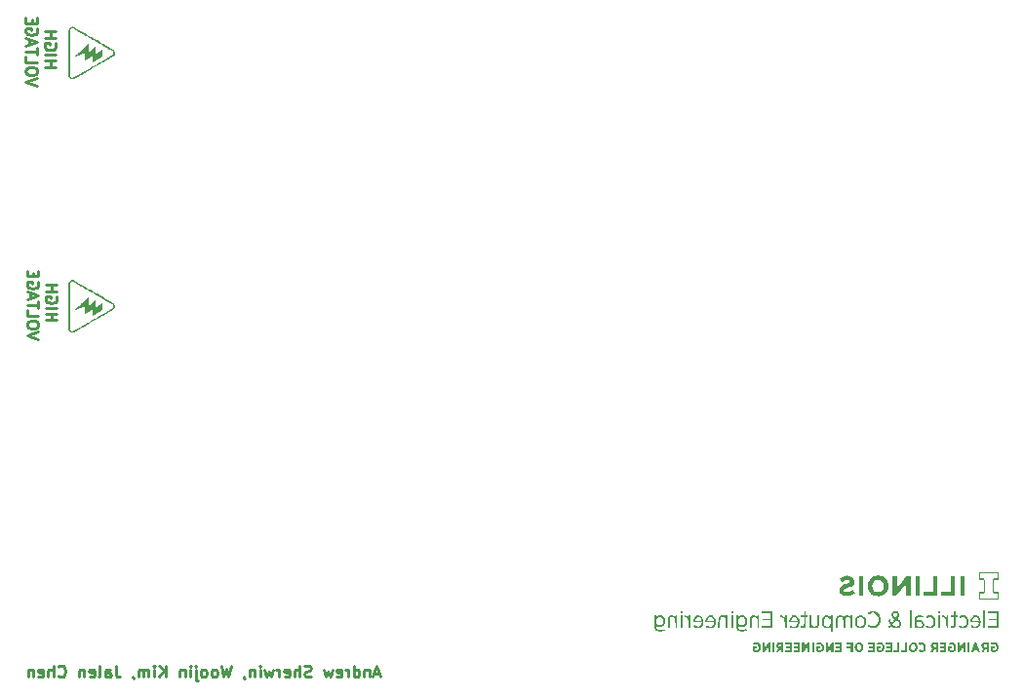
<source format=gbr>
%TF.GenerationSoftware,KiCad,Pcbnew,7.0.9*%
%TF.CreationDate,2024-04-07T16:06:58-05:00*%
%TF.ProjectId,Humidifier Subsystem,48756d69-6469-4666-9965-722053756273,rev?*%
%TF.SameCoordinates,Original*%
%TF.FileFunction,Legend,Bot*%
%TF.FilePolarity,Positive*%
%FSLAX46Y46*%
G04 Gerber Fmt 4.6, Leading zero omitted, Abs format (unit mm)*
G04 Created by KiCad (PCBNEW 7.0.9) date 2024-04-07 16:06:58*
%MOMM*%
%LPD*%
G01*
G04 APERTURE LIST*
%ADD10C,0.250000*%
G04 APERTURE END LIST*
D10*
X58045380Y-92673621D02*
X59045380Y-92673621D01*
X58569190Y-92673621D02*
X58569190Y-92102193D01*
X58045380Y-92102193D02*
X59045380Y-92102193D01*
X58045380Y-91626002D02*
X59045380Y-91626002D01*
X58997761Y-90626003D02*
X59045380Y-90721241D01*
X59045380Y-90721241D02*
X59045380Y-90864098D01*
X59045380Y-90864098D02*
X58997761Y-91006955D01*
X58997761Y-91006955D02*
X58902523Y-91102193D01*
X58902523Y-91102193D02*
X58807285Y-91149812D01*
X58807285Y-91149812D02*
X58616809Y-91197431D01*
X58616809Y-91197431D02*
X58473952Y-91197431D01*
X58473952Y-91197431D02*
X58283476Y-91149812D01*
X58283476Y-91149812D02*
X58188238Y-91102193D01*
X58188238Y-91102193D02*
X58093000Y-91006955D01*
X58093000Y-91006955D02*
X58045380Y-90864098D01*
X58045380Y-90864098D02*
X58045380Y-90768860D01*
X58045380Y-90768860D02*
X58093000Y-90626003D01*
X58093000Y-90626003D02*
X58140619Y-90578384D01*
X58140619Y-90578384D02*
X58473952Y-90578384D01*
X58473952Y-90578384D02*
X58473952Y-90768860D01*
X58045380Y-90149812D02*
X59045380Y-90149812D01*
X58569190Y-90149812D02*
X58569190Y-89578384D01*
X58045380Y-89578384D02*
X59045380Y-89578384D01*
X57435380Y-94340288D02*
X56435380Y-94006955D01*
X56435380Y-94006955D02*
X57435380Y-93673622D01*
X57435380Y-93149812D02*
X57435380Y-92959336D01*
X57435380Y-92959336D02*
X57387761Y-92864098D01*
X57387761Y-92864098D02*
X57292523Y-92768860D01*
X57292523Y-92768860D02*
X57102047Y-92721241D01*
X57102047Y-92721241D02*
X56768714Y-92721241D01*
X56768714Y-92721241D02*
X56578238Y-92768860D01*
X56578238Y-92768860D02*
X56483000Y-92864098D01*
X56483000Y-92864098D02*
X56435380Y-92959336D01*
X56435380Y-92959336D02*
X56435380Y-93149812D01*
X56435380Y-93149812D02*
X56483000Y-93245050D01*
X56483000Y-93245050D02*
X56578238Y-93340288D01*
X56578238Y-93340288D02*
X56768714Y-93387907D01*
X56768714Y-93387907D02*
X57102047Y-93387907D01*
X57102047Y-93387907D02*
X57292523Y-93340288D01*
X57292523Y-93340288D02*
X57387761Y-93245050D01*
X57387761Y-93245050D02*
X57435380Y-93149812D01*
X56435380Y-91816479D02*
X56435380Y-92292669D01*
X56435380Y-92292669D02*
X57435380Y-92292669D01*
X57435380Y-91626002D02*
X57435380Y-91054574D01*
X56435380Y-91340288D02*
X57435380Y-91340288D01*
X56721095Y-90768859D02*
X56721095Y-90292669D01*
X56435380Y-90864097D02*
X57435380Y-90530764D01*
X57435380Y-90530764D02*
X56435380Y-90197431D01*
X57387761Y-89340288D02*
X57435380Y-89435526D01*
X57435380Y-89435526D02*
X57435380Y-89578383D01*
X57435380Y-89578383D02*
X57387761Y-89721240D01*
X57387761Y-89721240D02*
X57292523Y-89816478D01*
X57292523Y-89816478D02*
X57197285Y-89864097D01*
X57197285Y-89864097D02*
X57006809Y-89911716D01*
X57006809Y-89911716D02*
X56863952Y-89911716D01*
X56863952Y-89911716D02*
X56673476Y-89864097D01*
X56673476Y-89864097D02*
X56578238Y-89816478D01*
X56578238Y-89816478D02*
X56483000Y-89721240D01*
X56483000Y-89721240D02*
X56435380Y-89578383D01*
X56435380Y-89578383D02*
X56435380Y-89483145D01*
X56435380Y-89483145D02*
X56483000Y-89340288D01*
X56483000Y-89340288D02*
X56530619Y-89292669D01*
X56530619Y-89292669D02*
X56863952Y-89292669D01*
X56863952Y-89292669D02*
X56863952Y-89483145D01*
X56959190Y-88864097D02*
X56959190Y-88530764D01*
X56435380Y-88387907D02*
X56435380Y-88864097D01*
X56435380Y-88864097D02*
X57435380Y-88864097D01*
X57435380Y-88864097D02*
X57435380Y-88387907D01*
X57945380Y-70673621D02*
X58945380Y-70673621D01*
X58469190Y-70673621D02*
X58469190Y-70102193D01*
X57945380Y-70102193D02*
X58945380Y-70102193D01*
X57945380Y-69626002D02*
X58945380Y-69626002D01*
X58897761Y-68626003D02*
X58945380Y-68721241D01*
X58945380Y-68721241D02*
X58945380Y-68864098D01*
X58945380Y-68864098D02*
X58897761Y-69006955D01*
X58897761Y-69006955D02*
X58802523Y-69102193D01*
X58802523Y-69102193D02*
X58707285Y-69149812D01*
X58707285Y-69149812D02*
X58516809Y-69197431D01*
X58516809Y-69197431D02*
X58373952Y-69197431D01*
X58373952Y-69197431D02*
X58183476Y-69149812D01*
X58183476Y-69149812D02*
X58088238Y-69102193D01*
X58088238Y-69102193D02*
X57993000Y-69006955D01*
X57993000Y-69006955D02*
X57945380Y-68864098D01*
X57945380Y-68864098D02*
X57945380Y-68768860D01*
X57945380Y-68768860D02*
X57993000Y-68626003D01*
X57993000Y-68626003D02*
X58040619Y-68578384D01*
X58040619Y-68578384D02*
X58373952Y-68578384D01*
X58373952Y-68578384D02*
X58373952Y-68768860D01*
X57945380Y-68149812D02*
X58945380Y-68149812D01*
X58469190Y-68149812D02*
X58469190Y-67578384D01*
X57945380Y-67578384D02*
X58945380Y-67578384D01*
X57335380Y-72340288D02*
X56335380Y-72006955D01*
X56335380Y-72006955D02*
X57335380Y-71673622D01*
X57335380Y-71149812D02*
X57335380Y-70959336D01*
X57335380Y-70959336D02*
X57287761Y-70864098D01*
X57287761Y-70864098D02*
X57192523Y-70768860D01*
X57192523Y-70768860D02*
X57002047Y-70721241D01*
X57002047Y-70721241D02*
X56668714Y-70721241D01*
X56668714Y-70721241D02*
X56478238Y-70768860D01*
X56478238Y-70768860D02*
X56383000Y-70864098D01*
X56383000Y-70864098D02*
X56335380Y-70959336D01*
X56335380Y-70959336D02*
X56335380Y-71149812D01*
X56335380Y-71149812D02*
X56383000Y-71245050D01*
X56383000Y-71245050D02*
X56478238Y-71340288D01*
X56478238Y-71340288D02*
X56668714Y-71387907D01*
X56668714Y-71387907D02*
X57002047Y-71387907D01*
X57002047Y-71387907D02*
X57192523Y-71340288D01*
X57192523Y-71340288D02*
X57287761Y-71245050D01*
X57287761Y-71245050D02*
X57335380Y-71149812D01*
X56335380Y-69816479D02*
X56335380Y-70292669D01*
X56335380Y-70292669D02*
X57335380Y-70292669D01*
X57335380Y-69626002D02*
X57335380Y-69054574D01*
X56335380Y-69340288D02*
X57335380Y-69340288D01*
X56621095Y-68768859D02*
X56621095Y-68292669D01*
X56335380Y-68864097D02*
X57335380Y-68530764D01*
X57335380Y-68530764D02*
X56335380Y-68197431D01*
X57287761Y-67340288D02*
X57335380Y-67435526D01*
X57335380Y-67435526D02*
X57335380Y-67578383D01*
X57335380Y-67578383D02*
X57287761Y-67721240D01*
X57287761Y-67721240D02*
X57192523Y-67816478D01*
X57192523Y-67816478D02*
X57097285Y-67864097D01*
X57097285Y-67864097D02*
X56906809Y-67911716D01*
X56906809Y-67911716D02*
X56763952Y-67911716D01*
X56763952Y-67911716D02*
X56573476Y-67864097D01*
X56573476Y-67864097D02*
X56478238Y-67816478D01*
X56478238Y-67816478D02*
X56383000Y-67721240D01*
X56383000Y-67721240D02*
X56335380Y-67578383D01*
X56335380Y-67578383D02*
X56335380Y-67483145D01*
X56335380Y-67483145D02*
X56383000Y-67340288D01*
X56383000Y-67340288D02*
X56430619Y-67292669D01*
X56430619Y-67292669D02*
X56763952Y-67292669D01*
X56763952Y-67292669D02*
X56763952Y-67483145D01*
X56859190Y-66864097D02*
X56859190Y-66530764D01*
X56335380Y-66387907D02*
X56335380Y-66864097D01*
X56335380Y-66864097D02*
X57335380Y-66864097D01*
X57335380Y-66864097D02*
X57335380Y-66387907D01*
X87045050Y-123378904D02*
X86568860Y-123378904D01*
X87140288Y-123664619D02*
X86806955Y-122664619D01*
X86806955Y-122664619D02*
X86473622Y-123664619D01*
X86140288Y-122997952D02*
X86140288Y-123664619D01*
X86140288Y-123093190D02*
X86092669Y-123045571D01*
X86092669Y-123045571D02*
X85997431Y-122997952D01*
X85997431Y-122997952D02*
X85854574Y-122997952D01*
X85854574Y-122997952D02*
X85759336Y-123045571D01*
X85759336Y-123045571D02*
X85711717Y-123140809D01*
X85711717Y-123140809D02*
X85711717Y-123664619D01*
X84806955Y-123664619D02*
X84806955Y-122664619D01*
X84806955Y-123617000D02*
X84902193Y-123664619D01*
X84902193Y-123664619D02*
X85092669Y-123664619D01*
X85092669Y-123664619D02*
X85187907Y-123617000D01*
X85187907Y-123617000D02*
X85235526Y-123569380D01*
X85235526Y-123569380D02*
X85283145Y-123474142D01*
X85283145Y-123474142D02*
X85283145Y-123188428D01*
X85283145Y-123188428D02*
X85235526Y-123093190D01*
X85235526Y-123093190D02*
X85187907Y-123045571D01*
X85187907Y-123045571D02*
X85092669Y-122997952D01*
X85092669Y-122997952D02*
X84902193Y-122997952D01*
X84902193Y-122997952D02*
X84806955Y-123045571D01*
X84330764Y-123664619D02*
X84330764Y-122997952D01*
X84330764Y-123188428D02*
X84283145Y-123093190D01*
X84283145Y-123093190D02*
X84235526Y-123045571D01*
X84235526Y-123045571D02*
X84140288Y-122997952D01*
X84140288Y-122997952D02*
X84045050Y-122997952D01*
X83330764Y-123617000D02*
X83426002Y-123664619D01*
X83426002Y-123664619D02*
X83616478Y-123664619D01*
X83616478Y-123664619D02*
X83711716Y-123617000D01*
X83711716Y-123617000D02*
X83759335Y-123521761D01*
X83759335Y-123521761D02*
X83759335Y-123140809D01*
X83759335Y-123140809D02*
X83711716Y-123045571D01*
X83711716Y-123045571D02*
X83616478Y-122997952D01*
X83616478Y-122997952D02*
X83426002Y-122997952D01*
X83426002Y-122997952D02*
X83330764Y-123045571D01*
X83330764Y-123045571D02*
X83283145Y-123140809D01*
X83283145Y-123140809D02*
X83283145Y-123236047D01*
X83283145Y-123236047D02*
X83759335Y-123331285D01*
X82949811Y-122997952D02*
X82759335Y-123664619D01*
X82759335Y-123664619D02*
X82568859Y-123188428D01*
X82568859Y-123188428D02*
X82378383Y-123664619D01*
X82378383Y-123664619D02*
X82187907Y-122997952D01*
X81092668Y-123617000D02*
X80949811Y-123664619D01*
X80949811Y-123664619D02*
X80711716Y-123664619D01*
X80711716Y-123664619D02*
X80616478Y-123617000D01*
X80616478Y-123617000D02*
X80568859Y-123569380D01*
X80568859Y-123569380D02*
X80521240Y-123474142D01*
X80521240Y-123474142D02*
X80521240Y-123378904D01*
X80521240Y-123378904D02*
X80568859Y-123283666D01*
X80568859Y-123283666D02*
X80616478Y-123236047D01*
X80616478Y-123236047D02*
X80711716Y-123188428D01*
X80711716Y-123188428D02*
X80902192Y-123140809D01*
X80902192Y-123140809D02*
X80997430Y-123093190D01*
X80997430Y-123093190D02*
X81045049Y-123045571D01*
X81045049Y-123045571D02*
X81092668Y-122950333D01*
X81092668Y-122950333D02*
X81092668Y-122855095D01*
X81092668Y-122855095D02*
X81045049Y-122759857D01*
X81045049Y-122759857D02*
X80997430Y-122712238D01*
X80997430Y-122712238D02*
X80902192Y-122664619D01*
X80902192Y-122664619D02*
X80664097Y-122664619D01*
X80664097Y-122664619D02*
X80521240Y-122712238D01*
X80092668Y-123664619D02*
X80092668Y-122664619D01*
X79664097Y-123664619D02*
X79664097Y-123140809D01*
X79664097Y-123140809D02*
X79711716Y-123045571D01*
X79711716Y-123045571D02*
X79806954Y-122997952D01*
X79806954Y-122997952D02*
X79949811Y-122997952D01*
X79949811Y-122997952D02*
X80045049Y-123045571D01*
X80045049Y-123045571D02*
X80092668Y-123093190D01*
X78806954Y-123617000D02*
X78902192Y-123664619D01*
X78902192Y-123664619D02*
X79092668Y-123664619D01*
X79092668Y-123664619D02*
X79187906Y-123617000D01*
X79187906Y-123617000D02*
X79235525Y-123521761D01*
X79235525Y-123521761D02*
X79235525Y-123140809D01*
X79235525Y-123140809D02*
X79187906Y-123045571D01*
X79187906Y-123045571D02*
X79092668Y-122997952D01*
X79092668Y-122997952D02*
X78902192Y-122997952D01*
X78902192Y-122997952D02*
X78806954Y-123045571D01*
X78806954Y-123045571D02*
X78759335Y-123140809D01*
X78759335Y-123140809D02*
X78759335Y-123236047D01*
X78759335Y-123236047D02*
X79235525Y-123331285D01*
X78330763Y-123664619D02*
X78330763Y-122997952D01*
X78330763Y-123188428D02*
X78283144Y-123093190D01*
X78283144Y-123093190D02*
X78235525Y-123045571D01*
X78235525Y-123045571D02*
X78140287Y-122997952D01*
X78140287Y-122997952D02*
X78045049Y-122997952D01*
X77806953Y-122997952D02*
X77616477Y-123664619D01*
X77616477Y-123664619D02*
X77426001Y-123188428D01*
X77426001Y-123188428D02*
X77235525Y-123664619D01*
X77235525Y-123664619D02*
X77045049Y-122997952D01*
X76664096Y-123664619D02*
X76664096Y-122997952D01*
X76664096Y-122664619D02*
X76711715Y-122712238D01*
X76711715Y-122712238D02*
X76664096Y-122759857D01*
X76664096Y-122759857D02*
X76616477Y-122712238D01*
X76616477Y-122712238D02*
X76664096Y-122664619D01*
X76664096Y-122664619D02*
X76664096Y-122759857D01*
X76187906Y-122997952D02*
X76187906Y-123664619D01*
X76187906Y-123093190D02*
X76140287Y-123045571D01*
X76140287Y-123045571D02*
X76045049Y-122997952D01*
X76045049Y-122997952D02*
X75902192Y-122997952D01*
X75902192Y-122997952D02*
X75806954Y-123045571D01*
X75806954Y-123045571D02*
X75759335Y-123140809D01*
X75759335Y-123140809D02*
X75759335Y-123664619D01*
X75235525Y-123617000D02*
X75235525Y-123664619D01*
X75235525Y-123664619D02*
X75283144Y-123759857D01*
X75283144Y-123759857D02*
X75330763Y-123807476D01*
X74140287Y-122664619D02*
X73902192Y-123664619D01*
X73902192Y-123664619D02*
X73711716Y-122950333D01*
X73711716Y-122950333D02*
X73521240Y-123664619D01*
X73521240Y-123664619D02*
X73283145Y-122664619D01*
X72759335Y-123664619D02*
X72854573Y-123617000D01*
X72854573Y-123617000D02*
X72902192Y-123569380D01*
X72902192Y-123569380D02*
X72949811Y-123474142D01*
X72949811Y-123474142D02*
X72949811Y-123188428D01*
X72949811Y-123188428D02*
X72902192Y-123093190D01*
X72902192Y-123093190D02*
X72854573Y-123045571D01*
X72854573Y-123045571D02*
X72759335Y-122997952D01*
X72759335Y-122997952D02*
X72616478Y-122997952D01*
X72616478Y-122997952D02*
X72521240Y-123045571D01*
X72521240Y-123045571D02*
X72473621Y-123093190D01*
X72473621Y-123093190D02*
X72426002Y-123188428D01*
X72426002Y-123188428D02*
X72426002Y-123474142D01*
X72426002Y-123474142D02*
X72473621Y-123569380D01*
X72473621Y-123569380D02*
X72521240Y-123617000D01*
X72521240Y-123617000D02*
X72616478Y-123664619D01*
X72616478Y-123664619D02*
X72759335Y-123664619D01*
X71854573Y-123664619D02*
X71949811Y-123617000D01*
X71949811Y-123617000D02*
X71997430Y-123569380D01*
X71997430Y-123569380D02*
X72045049Y-123474142D01*
X72045049Y-123474142D02*
X72045049Y-123188428D01*
X72045049Y-123188428D02*
X71997430Y-123093190D01*
X71997430Y-123093190D02*
X71949811Y-123045571D01*
X71949811Y-123045571D02*
X71854573Y-122997952D01*
X71854573Y-122997952D02*
X71711716Y-122997952D01*
X71711716Y-122997952D02*
X71616478Y-123045571D01*
X71616478Y-123045571D02*
X71568859Y-123093190D01*
X71568859Y-123093190D02*
X71521240Y-123188428D01*
X71521240Y-123188428D02*
X71521240Y-123474142D01*
X71521240Y-123474142D02*
X71568859Y-123569380D01*
X71568859Y-123569380D02*
X71616478Y-123617000D01*
X71616478Y-123617000D02*
X71711716Y-123664619D01*
X71711716Y-123664619D02*
X71854573Y-123664619D01*
X71092668Y-122997952D02*
X71092668Y-123855095D01*
X71092668Y-123855095D02*
X71140287Y-123950333D01*
X71140287Y-123950333D02*
X71235525Y-123997952D01*
X71235525Y-123997952D02*
X71283144Y-123997952D01*
X71092668Y-122664619D02*
X71140287Y-122712238D01*
X71140287Y-122712238D02*
X71092668Y-122759857D01*
X71092668Y-122759857D02*
X71045049Y-122712238D01*
X71045049Y-122712238D02*
X71092668Y-122664619D01*
X71092668Y-122664619D02*
X71092668Y-122759857D01*
X70616478Y-123664619D02*
X70616478Y-122997952D01*
X70616478Y-122664619D02*
X70664097Y-122712238D01*
X70664097Y-122712238D02*
X70616478Y-122759857D01*
X70616478Y-122759857D02*
X70568859Y-122712238D01*
X70568859Y-122712238D02*
X70616478Y-122664619D01*
X70616478Y-122664619D02*
X70616478Y-122759857D01*
X70140288Y-122997952D02*
X70140288Y-123664619D01*
X70140288Y-123093190D02*
X70092669Y-123045571D01*
X70092669Y-123045571D02*
X69997431Y-122997952D01*
X69997431Y-122997952D02*
X69854574Y-122997952D01*
X69854574Y-122997952D02*
X69759336Y-123045571D01*
X69759336Y-123045571D02*
X69711717Y-123140809D01*
X69711717Y-123140809D02*
X69711717Y-123664619D01*
X68473621Y-123664619D02*
X68473621Y-122664619D01*
X67902193Y-123664619D02*
X68330764Y-123093190D01*
X67902193Y-122664619D02*
X68473621Y-123236047D01*
X67473621Y-123664619D02*
X67473621Y-122997952D01*
X67473621Y-122664619D02*
X67521240Y-122712238D01*
X67521240Y-122712238D02*
X67473621Y-122759857D01*
X67473621Y-122759857D02*
X67426002Y-122712238D01*
X67426002Y-122712238D02*
X67473621Y-122664619D01*
X67473621Y-122664619D02*
X67473621Y-122759857D01*
X66997431Y-123664619D02*
X66997431Y-122997952D01*
X66997431Y-123093190D02*
X66949812Y-123045571D01*
X66949812Y-123045571D02*
X66854574Y-122997952D01*
X66854574Y-122997952D02*
X66711717Y-122997952D01*
X66711717Y-122997952D02*
X66616479Y-123045571D01*
X66616479Y-123045571D02*
X66568860Y-123140809D01*
X66568860Y-123140809D02*
X66568860Y-123664619D01*
X66568860Y-123140809D02*
X66521241Y-123045571D01*
X66521241Y-123045571D02*
X66426003Y-122997952D01*
X66426003Y-122997952D02*
X66283146Y-122997952D01*
X66283146Y-122997952D02*
X66187907Y-123045571D01*
X66187907Y-123045571D02*
X66140288Y-123140809D01*
X66140288Y-123140809D02*
X66140288Y-123664619D01*
X65616479Y-123617000D02*
X65616479Y-123664619D01*
X65616479Y-123664619D02*
X65664098Y-123759857D01*
X65664098Y-123759857D02*
X65711717Y-123807476D01*
X64140289Y-122664619D02*
X64140289Y-123378904D01*
X64140289Y-123378904D02*
X64187908Y-123521761D01*
X64187908Y-123521761D02*
X64283146Y-123617000D01*
X64283146Y-123617000D02*
X64426003Y-123664619D01*
X64426003Y-123664619D02*
X64521241Y-123664619D01*
X63235527Y-123664619D02*
X63235527Y-123140809D01*
X63235527Y-123140809D02*
X63283146Y-123045571D01*
X63283146Y-123045571D02*
X63378384Y-122997952D01*
X63378384Y-122997952D02*
X63568860Y-122997952D01*
X63568860Y-122997952D02*
X63664098Y-123045571D01*
X63235527Y-123617000D02*
X63330765Y-123664619D01*
X63330765Y-123664619D02*
X63568860Y-123664619D01*
X63568860Y-123664619D02*
X63664098Y-123617000D01*
X63664098Y-123617000D02*
X63711717Y-123521761D01*
X63711717Y-123521761D02*
X63711717Y-123426523D01*
X63711717Y-123426523D02*
X63664098Y-123331285D01*
X63664098Y-123331285D02*
X63568860Y-123283666D01*
X63568860Y-123283666D02*
X63330765Y-123283666D01*
X63330765Y-123283666D02*
X63235527Y-123236047D01*
X62616479Y-123664619D02*
X62711717Y-123617000D01*
X62711717Y-123617000D02*
X62759336Y-123521761D01*
X62759336Y-123521761D02*
X62759336Y-122664619D01*
X61854574Y-123617000D02*
X61949812Y-123664619D01*
X61949812Y-123664619D02*
X62140288Y-123664619D01*
X62140288Y-123664619D02*
X62235526Y-123617000D01*
X62235526Y-123617000D02*
X62283145Y-123521761D01*
X62283145Y-123521761D02*
X62283145Y-123140809D01*
X62283145Y-123140809D02*
X62235526Y-123045571D01*
X62235526Y-123045571D02*
X62140288Y-122997952D01*
X62140288Y-122997952D02*
X61949812Y-122997952D01*
X61949812Y-122997952D02*
X61854574Y-123045571D01*
X61854574Y-123045571D02*
X61806955Y-123140809D01*
X61806955Y-123140809D02*
X61806955Y-123236047D01*
X61806955Y-123236047D02*
X62283145Y-123331285D01*
X61378383Y-122997952D02*
X61378383Y-123664619D01*
X61378383Y-123093190D02*
X61330764Y-123045571D01*
X61330764Y-123045571D02*
X61235526Y-122997952D01*
X61235526Y-122997952D02*
X61092669Y-122997952D01*
X61092669Y-122997952D02*
X60997431Y-123045571D01*
X60997431Y-123045571D02*
X60949812Y-123140809D01*
X60949812Y-123140809D02*
X60949812Y-123664619D01*
X59140288Y-123569380D02*
X59187907Y-123617000D01*
X59187907Y-123617000D02*
X59330764Y-123664619D01*
X59330764Y-123664619D02*
X59426002Y-123664619D01*
X59426002Y-123664619D02*
X59568859Y-123617000D01*
X59568859Y-123617000D02*
X59664097Y-123521761D01*
X59664097Y-123521761D02*
X59711716Y-123426523D01*
X59711716Y-123426523D02*
X59759335Y-123236047D01*
X59759335Y-123236047D02*
X59759335Y-123093190D01*
X59759335Y-123093190D02*
X59711716Y-122902714D01*
X59711716Y-122902714D02*
X59664097Y-122807476D01*
X59664097Y-122807476D02*
X59568859Y-122712238D01*
X59568859Y-122712238D02*
X59426002Y-122664619D01*
X59426002Y-122664619D02*
X59330764Y-122664619D01*
X59330764Y-122664619D02*
X59187907Y-122712238D01*
X59187907Y-122712238D02*
X59140288Y-122759857D01*
X58711716Y-123664619D02*
X58711716Y-122664619D01*
X58283145Y-123664619D02*
X58283145Y-123140809D01*
X58283145Y-123140809D02*
X58330764Y-123045571D01*
X58330764Y-123045571D02*
X58426002Y-122997952D01*
X58426002Y-122997952D02*
X58568859Y-122997952D01*
X58568859Y-122997952D02*
X58664097Y-123045571D01*
X58664097Y-123045571D02*
X58711716Y-123093190D01*
X57426002Y-123617000D02*
X57521240Y-123664619D01*
X57521240Y-123664619D02*
X57711716Y-123664619D01*
X57711716Y-123664619D02*
X57806954Y-123617000D01*
X57806954Y-123617000D02*
X57854573Y-123521761D01*
X57854573Y-123521761D02*
X57854573Y-123140809D01*
X57854573Y-123140809D02*
X57806954Y-123045571D01*
X57806954Y-123045571D02*
X57711716Y-122997952D01*
X57711716Y-122997952D02*
X57521240Y-122997952D01*
X57521240Y-122997952D02*
X57426002Y-123045571D01*
X57426002Y-123045571D02*
X57378383Y-123140809D01*
X57378383Y-123140809D02*
X57378383Y-123236047D01*
X57378383Y-123236047D02*
X57854573Y-123331285D01*
X56949811Y-122997952D02*
X56949811Y-123664619D01*
X56949811Y-123093190D02*
X56902192Y-123045571D01*
X56902192Y-123045571D02*
X56806954Y-122997952D01*
X56806954Y-122997952D02*
X56664097Y-122997952D01*
X56664097Y-122997952D02*
X56568859Y-123045571D01*
X56568859Y-123045571D02*
X56521240Y-123140809D01*
X56521240Y-123140809D02*
X56521240Y-123664619D01*
%TO.C,G\u002A\u002A\u002A*%
G36*
X59974501Y-93591164D02*
G01*
X59971376Y-93594290D01*
X59968250Y-93591164D01*
X59971376Y-93588039D01*
X59974501Y-93591164D01*
G37*
G36*
X59949495Y-93516146D02*
G01*
X59946369Y-93519272D01*
X59943244Y-93516146D01*
X59946369Y-93513020D01*
X59949495Y-93516146D01*
G37*
G36*
X59943244Y-93484888D02*
G01*
X59940118Y-93488014D01*
X59936992Y-93484888D01*
X59940118Y-93481762D01*
X59943244Y-93484888D01*
G37*
G36*
X63931725Y-91046788D02*
G01*
X63928599Y-91049914D01*
X63925474Y-91046788D01*
X63928599Y-91043663D01*
X63931725Y-91046788D01*
G37*
G36*
X63887964Y-91021782D02*
G01*
X63884839Y-91024908D01*
X63881713Y-91021782D01*
X63884839Y-91018656D01*
X63887964Y-91021782D01*
G37*
G36*
X63812946Y-90978021D02*
G01*
X63809820Y-90981147D01*
X63806694Y-90978021D01*
X63809820Y-90974896D01*
X63812946Y-90978021D01*
G37*
G36*
X63769185Y-90953015D02*
G01*
X63766059Y-90956141D01*
X63762934Y-90953015D01*
X63766059Y-90949889D01*
X63769185Y-90953015D01*
G37*
G36*
X63725424Y-90928009D02*
G01*
X63722299Y-90931135D01*
X63719173Y-90928009D01*
X63722299Y-90924883D01*
X63725424Y-90928009D01*
G37*
G36*
X63650406Y-90884248D02*
G01*
X63647280Y-90887374D01*
X63644154Y-90884248D01*
X63647280Y-90881123D01*
X63650406Y-90884248D01*
G37*
G36*
X63606645Y-90859242D02*
G01*
X63603519Y-90862368D01*
X63600394Y-90859242D01*
X63603519Y-90856116D01*
X63606645Y-90859242D01*
G37*
G36*
X63562884Y-90834236D02*
G01*
X63559759Y-90837362D01*
X63556633Y-90834236D01*
X63559759Y-90831110D01*
X63562884Y-90834236D01*
G37*
G36*
X63531627Y-90815481D02*
G01*
X63528501Y-90818607D01*
X63525375Y-90815481D01*
X63528501Y-90812356D01*
X63531627Y-90815481D01*
G37*
G36*
X63487866Y-90790475D02*
G01*
X63484740Y-90793601D01*
X63481614Y-90790475D01*
X63484740Y-90787349D01*
X63487866Y-90790475D01*
G37*
G36*
X63444105Y-90765469D02*
G01*
X63440979Y-90768595D01*
X63437854Y-90765469D01*
X63440979Y-90762343D01*
X63444105Y-90765469D01*
G37*
G36*
X63369087Y-90721708D02*
G01*
X63365961Y-90724834D01*
X63362835Y-90721708D01*
X63365961Y-90718583D01*
X63369087Y-90721708D01*
G37*
G36*
X63325326Y-90696702D02*
G01*
X63322200Y-90699828D01*
X63319074Y-90696702D01*
X63322200Y-90693576D01*
X63325326Y-90696702D01*
G37*
G36*
X63281565Y-90671696D02*
G01*
X63278439Y-90674822D01*
X63275314Y-90671696D01*
X63278439Y-90668570D01*
X63281565Y-90671696D01*
G37*
G36*
X63250307Y-90652941D02*
G01*
X63247182Y-90656067D01*
X63244056Y-90652941D01*
X63247182Y-90649816D01*
X63250307Y-90652941D01*
G37*
G36*
X63206547Y-90627935D02*
G01*
X63203421Y-90631061D01*
X63200295Y-90627935D01*
X63203421Y-90624809D01*
X63206547Y-90627935D01*
G37*
G36*
X63162786Y-90602929D02*
G01*
X63159660Y-90606055D01*
X63156534Y-90602929D01*
X63159660Y-90599803D01*
X63162786Y-90602929D01*
G37*
G36*
X63087767Y-90559168D02*
G01*
X63084642Y-90562294D01*
X63081516Y-90559168D01*
X63084642Y-90556043D01*
X63087767Y-90559168D01*
G37*
G36*
X63044007Y-90534162D02*
G01*
X63040881Y-90537288D01*
X63037755Y-90534162D01*
X63040881Y-90531036D01*
X63044007Y-90534162D01*
G37*
G36*
X63000246Y-90509156D02*
G01*
X62997120Y-90512282D01*
X62993994Y-90509156D01*
X62997120Y-90506030D01*
X63000246Y-90509156D01*
G37*
G36*
X62968988Y-90490401D02*
G01*
X62965862Y-90493527D01*
X62962737Y-90490401D01*
X62965862Y-90487276D01*
X62968988Y-90490401D01*
G37*
G36*
X62925227Y-90465395D02*
G01*
X62922102Y-90468521D01*
X62918976Y-90465395D01*
X62922102Y-90462269D01*
X62925227Y-90465395D01*
G37*
G36*
X62881467Y-90440389D02*
G01*
X62878341Y-90443515D01*
X62875215Y-90440389D01*
X62878341Y-90437263D01*
X62881467Y-90440389D01*
G37*
G36*
X62806448Y-90396628D02*
G01*
X62803322Y-90399754D01*
X62800197Y-90396628D01*
X62803322Y-90393503D01*
X62806448Y-90396628D01*
G37*
G36*
X62762687Y-90371622D02*
G01*
X62759562Y-90374748D01*
X62756436Y-90371622D01*
X62759562Y-90368496D01*
X62762687Y-90371622D01*
G37*
G36*
X62718927Y-90346616D02*
G01*
X62715801Y-90349742D01*
X62712675Y-90346616D01*
X62715801Y-90343490D01*
X62718927Y-90346616D01*
G37*
G36*
X62643908Y-90302855D02*
G01*
X62640782Y-90305981D01*
X62637657Y-90302855D01*
X62640782Y-90299729D01*
X62643908Y-90302855D01*
G37*
G36*
X62600147Y-90277849D02*
G01*
X62597022Y-90280975D01*
X62593896Y-90277849D01*
X62597022Y-90274723D01*
X62600147Y-90277849D01*
G37*
G36*
X62525129Y-90234088D02*
G01*
X62522003Y-90237214D01*
X62518877Y-90234088D01*
X62522003Y-90230963D01*
X62525129Y-90234088D01*
G37*
G36*
X62481368Y-90209082D02*
G01*
X62478242Y-90212208D01*
X62475117Y-90209082D01*
X62478242Y-90205956D01*
X62481368Y-90209082D01*
G37*
G36*
X62437607Y-90184076D02*
G01*
X62434482Y-90187202D01*
X62431356Y-90184076D01*
X62434482Y-90180950D01*
X62437607Y-90184076D01*
G37*
G36*
X62362589Y-90140315D02*
G01*
X62359463Y-90143441D01*
X62356337Y-90140315D01*
X62359463Y-90137189D01*
X62362589Y-90140315D01*
G37*
G36*
X62318828Y-90115309D02*
G01*
X62315702Y-90118435D01*
X62312577Y-90115309D01*
X62315702Y-90112183D01*
X62318828Y-90115309D01*
G37*
G36*
X62275067Y-90090303D02*
G01*
X62271942Y-90093429D01*
X62268816Y-90090303D01*
X62271942Y-90087177D01*
X62275067Y-90090303D01*
G37*
G36*
X62243810Y-90071548D02*
G01*
X62240684Y-90074674D01*
X62237558Y-90071548D01*
X62240684Y-90068423D01*
X62243810Y-90071548D01*
G37*
G36*
X62200049Y-90046542D02*
G01*
X62196923Y-90049668D01*
X62193797Y-90046542D01*
X62196923Y-90043416D01*
X62200049Y-90046542D01*
G37*
G36*
X62156288Y-90021536D02*
G01*
X62153162Y-90024662D01*
X62150037Y-90021536D01*
X62153162Y-90018410D01*
X62156288Y-90021536D01*
G37*
G36*
X62081270Y-89977775D02*
G01*
X62078144Y-89980901D01*
X62075018Y-89977775D01*
X62078144Y-89974649D01*
X62081270Y-89977775D01*
G37*
G36*
X62037509Y-89952769D02*
G01*
X62034383Y-89955895D01*
X62031257Y-89952769D01*
X62034383Y-89949643D01*
X62037509Y-89952769D01*
G37*
G36*
X61993748Y-89927763D02*
G01*
X61990622Y-89930889D01*
X61987497Y-89927763D01*
X61990622Y-89924637D01*
X61993748Y-89927763D01*
G37*
G36*
X61962491Y-89909008D02*
G01*
X61959365Y-89912134D01*
X61956239Y-89909008D01*
X61959365Y-89905883D01*
X61962491Y-89909008D01*
G37*
G36*
X61918730Y-89884002D02*
G01*
X61915604Y-89887128D01*
X61912478Y-89884002D01*
X61915604Y-89880876D01*
X61918730Y-89884002D01*
G37*
G36*
X61874969Y-89858996D02*
G01*
X61871843Y-89862122D01*
X61868717Y-89858996D01*
X61871843Y-89855870D01*
X61874969Y-89858996D01*
G37*
G36*
X61799951Y-89815235D02*
G01*
X61796825Y-89818361D01*
X61793699Y-89815235D01*
X61796825Y-89812109D01*
X61799951Y-89815235D01*
G37*
G36*
X61756190Y-89790229D02*
G01*
X61753064Y-89793355D01*
X61749938Y-89790229D01*
X61753064Y-89787103D01*
X61756190Y-89790229D01*
G37*
G36*
X61712429Y-89765223D02*
G01*
X61709303Y-89768349D01*
X61706177Y-89765223D01*
X61709303Y-89762097D01*
X61712429Y-89765223D01*
G37*
G36*
X61681171Y-89746468D02*
G01*
X61678046Y-89749594D01*
X61674920Y-89746468D01*
X61678046Y-89743343D01*
X61681171Y-89746468D01*
G37*
G36*
X61637411Y-89721462D02*
G01*
X61634285Y-89724588D01*
X61631159Y-89721462D01*
X61634285Y-89718336D01*
X61637411Y-89721462D01*
G37*
G36*
X61593650Y-89696456D02*
G01*
X61590524Y-89699582D01*
X61587398Y-89696456D01*
X61590524Y-89693330D01*
X61593650Y-89696456D01*
G37*
G36*
X61518631Y-89652695D02*
G01*
X61515506Y-89655821D01*
X61512380Y-89652695D01*
X61515506Y-89649569D01*
X61518631Y-89652695D01*
G37*
G36*
X61474871Y-89627689D02*
G01*
X61471745Y-89630815D01*
X61468619Y-89627689D01*
X61471745Y-89624563D01*
X61474871Y-89627689D01*
G37*
G36*
X61431110Y-89602683D02*
G01*
X61427984Y-89605809D01*
X61424858Y-89602683D01*
X61427984Y-89599557D01*
X61431110Y-89602683D01*
G37*
G36*
X61356091Y-89558922D02*
G01*
X61352966Y-89562048D01*
X61349840Y-89558922D01*
X61352966Y-89555796D01*
X61356091Y-89558922D01*
G37*
G36*
X61312331Y-89533916D02*
G01*
X61309205Y-89537042D01*
X61306079Y-89533916D01*
X61309205Y-89530790D01*
X61312331Y-89533916D01*
G37*
G36*
X61268570Y-89508910D02*
G01*
X61265444Y-89512036D01*
X61262318Y-89508910D01*
X61265444Y-89505784D01*
X61268570Y-89508910D01*
G37*
G36*
X61237312Y-89490155D02*
G01*
X61234186Y-89493281D01*
X61231061Y-89490155D01*
X61234186Y-89487029D01*
X61237312Y-89490155D01*
G37*
G36*
X61193551Y-89465149D02*
G01*
X61190426Y-89468275D01*
X61187300Y-89465149D01*
X61190426Y-89462023D01*
X61193551Y-89465149D01*
G37*
G36*
X59943244Y-89446394D02*
G01*
X59940118Y-89449520D01*
X59936992Y-89446394D01*
X59940118Y-89443269D01*
X59943244Y-89446394D01*
G37*
G36*
X61149791Y-89440143D02*
G01*
X61146665Y-89443269D01*
X61143539Y-89440143D01*
X61146665Y-89437017D01*
X61149791Y-89440143D01*
G37*
G36*
X59949495Y-89415137D02*
G01*
X59946369Y-89418263D01*
X59943244Y-89415137D01*
X59946369Y-89412011D01*
X59949495Y-89415137D01*
G37*
G36*
X61074772Y-89396382D02*
G01*
X61071646Y-89399508D01*
X61068521Y-89396382D01*
X61071646Y-89393256D01*
X61074772Y-89396382D01*
G37*
G36*
X61031011Y-89371376D02*
G01*
X61027886Y-89374502D01*
X61024760Y-89371376D01*
X61027886Y-89368250D01*
X61031011Y-89371376D01*
G37*
G36*
X59961998Y-89371376D02*
G01*
X59958873Y-89374502D01*
X59955747Y-89371376D01*
X59958873Y-89368250D01*
X59961998Y-89371376D01*
G37*
G36*
X59968250Y-89358873D02*
G01*
X59965124Y-89361999D01*
X59961998Y-89358873D01*
X59965124Y-89355747D01*
X59968250Y-89358873D01*
G37*
G36*
X60987251Y-89346370D02*
G01*
X60984125Y-89349496D01*
X60980999Y-89346370D01*
X60984125Y-89343244D01*
X60987251Y-89346370D01*
G37*
G36*
X59974501Y-89340118D02*
G01*
X59971376Y-89343244D01*
X59968250Y-89340118D01*
X59971376Y-89336993D01*
X59974501Y-89340118D01*
G37*
G36*
X60955993Y-89327615D02*
G01*
X60952867Y-89330741D01*
X60949741Y-89327615D01*
X60952867Y-89324489D01*
X60955993Y-89327615D01*
G37*
G36*
X59980753Y-89327615D02*
G01*
X59977627Y-89330741D01*
X59974501Y-89327615D01*
X59977627Y-89324489D01*
X59980753Y-89327615D01*
G37*
G36*
X59987004Y-89315112D02*
G01*
X59983879Y-89318238D01*
X59980753Y-89315112D01*
X59983879Y-89311986D01*
X59987004Y-89315112D01*
G37*
G36*
X60912232Y-89302609D02*
G01*
X60909106Y-89305735D01*
X60905981Y-89302609D01*
X60909106Y-89299483D01*
X60912232Y-89302609D01*
G37*
G36*
X59993256Y-89302609D02*
G01*
X59990130Y-89305735D01*
X59987004Y-89302609D01*
X59990130Y-89299483D01*
X59993256Y-89302609D01*
G37*
G36*
X60005759Y-89283854D02*
G01*
X60002633Y-89286980D01*
X59999508Y-89283854D01*
X60002633Y-89280729D01*
X60005759Y-89283854D01*
G37*
G36*
X60868471Y-89277603D02*
G01*
X60865346Y-89280729D01*
X60862220Y-89277603D01*
X60865346Y-89274477D01*
X60868471Y-89277603D01*
G37*
G36*
X60018262Y-89265100D02*
G01*
X60015136Y-89268226D01*
X60012011Y-89265100D01*
X60015136Y-89261974D01*
X60018262Y-89265100D01*
G37*
G36*
X60793453Y-89233842D02*
G01*
X60790327Y-89236968D01*
X60787201Y-89233842D01*
X60790327Y-89230716D01*
X60793453Y-89233842D01*
G37*
G36*
X60749692Y-89208836D02*
G01*
X60746566Y-89211962D01*
X60743441Y-89208836D01*
X60746566Y-89205710D01*
X60749692Y-89208836D01*
G37*
G36*
X60705931Y-89183830D02*
G01*
X60702806Y-89186956D01*
X60699680Y-89183830D01*
X60702806Y-89180704D01*
X60705931Y-89183830D01*
G37*
G36*
X60674674Y-89165075D02*
G01*
X60671548Y-89168201D01*
X60668422Y-89165075D01*
X60671548Y-89161949D01*
X60674674Y-89165075D01*
G37*
G36*
X60124538Y-89158824D02*
G01*
X60121413Y-89161949D01*
X60118287Y-89158824D01*
X60121413Y-89155698D01*
X60124538Y-89158824D01*
G37*
G36*
X60143293Y-89146321D02*
G01*
X60140167Y-89149446D01*
X60137041Y-89146321D01*
X60140167Y-89143195D01*
X60143293Y-89146321D01*
G37*
G36*
X60630913Y-89140069D02*
G01*
X60627787Y-89143195D01*
X60624661Y-89140069D01*
X60627787Y-89136943D01*
X60630913Y-89140069D01*
G37*
G36*
X60162048Y-89133818D02*
G01*
X60158922Y-89136943D01*
X60155796Y-89133818D01*
X60158922Y-89130692D01*
X60162048Y-89133818D01*
G37*
G36*
X60174551Y-89127566D02*
G01*
X60171425Y-89130692D01*
X60168299Y-89127566D01*
X60171425Y-89124440D01*
X60174551Y-89127566D01*
G37*
G36*
X60187054Y-89121314D02*
G01*
X60183928Y-89124440D01*
X60180802Y-89121314D01*
X60183928Y-89118189D01*
X60187054Y-89121314D01*
G37*
G36*
X60199557Y-89115063D02*
G01*
X60196431Y-89118189D01*
X60193305Y-89115063D01*
X60196431Y-89111937D01*
X60199557Y-89115063D01*
G37*
G36*
X60212060Y-89108811D02*
G01*
X60208934Y-89111937D01*
X60205808Y-89108811D01*
X60208934Y-89105686D01*
X60212060Y-89108811D01*
G37*
G36*
X60555894Y-89102560D02*
G01*
X60552769Y-89105686D01*
X60549643Y-89102560D01*
X60552769Y-89099434D01*
X60555894Y-89102560D01*
G37*
G36*
X60243318Y-89096308D02*
G01*
X60240192Y-89099434D01*
X60237066Y-89096308D01*
X60240192Y-89093183D01*
X60243318Y-89096308D01*
G37*
G36*
X60262072Y-89090057D02*
G01*
X60258946Y-89093183D01*
X60255821Y-89090057D01*
X60258946Y-89086931D01*
X60262072Y-89090057D01*
G37*
G36*
X60287078Y-89083805D02*
G01*
X60283953Y-89086931D01*
X60280827Y-89083805D01*
X60283953Y-89080679D01*
X60287078Y-89083805D01*
G37*
G36*
X60468373Y-89077554D02*
G01*
X60465247Y-89080679D01*
X60462121Y-89077554D01*
X60465247Y-89074428D01*
X60468373Y-89077554D01*
G37*
G36*
X60316252Y-89076512D02*
G01*
X60317230Y-89078392D01*
X60312084Y-89080679D01*
X60308775Y-89080228D01*
X60307917Y-89076512D01*
X60308833Y-89075764D01*
X60316252Y-89076512D01*
G37*
G36*
X60037814Y-89238531D02*
G01*
X60032092Y-89245199D01*
X60026874Y-89249471D01*
X60025777Y-89249368D01*
X60025735Y-89245295D01*
X60035454Y-89236171D01*
X60039984Y-89232678D01*
X60043221Y-89231126D01*
X60037814Y-89238531D01*
G37*
G36*
X60094078Y-89182267D02*
G01*
X60088356Y-89188935D01*
X60083138Y-89193207D01*
X60082041Y-89193105D01*
X60081999Y-89189031D01*
X60091718Y-89179907D01*
X60096247Y-89176414D01*
X60099485Y-89174862D01*
X60094078Y-89182267D01*
G37*
G36*
X60404295Y-89069950D02*
G01*
X60408321Y-89071158D01*
X60402537Y-89072167D01*
X60387103Y-89072555D01*
X60373133Y-89072256D01*
X60366033Y-89071313D01*
X60369911Y-89069950D01*
X60384102Y-89068904D01*
X60404295Y-89069950D01*
G37*
G36*
X59934854Y-90257043D02*
G01*
X59934963Y-90277825D01*
X59935076Y-90310308D01*
X59935191Y-90354692D01*
X59935309Y-90411179D01*
X59935429Y-90479968D01*
X59935601Y-90598889D01*
X59935761Y-90740908D01*
X59935890Y-90891675D01*
X59935987Y-91049258D01*
X59936052Y-91211725D01*
X59936085Y-91377144D01*
X59936087Y-91543583D01*
X59936056Y-91709110D01*
X59935994Y-91871793D01*
X59935901Y-92029701D01*
X59935775Y-92180902D01*
X59935618Y-92323463D01*
X59935429Y-92455454D01*
X59935336Y-92509240D01*
X59935218Y-92568250D01*
X59935102Y-92615114D01*
X59934989Y-92650032D01*
X59934879Y-92673207D01*
X59934773Y-92684840D01*
X59934671Y-92685132D01*
X59934573Y-92674285D01*
X59934479Y-92652500D01*
X59934391Y-92619979D01*
X59934307Y-92576923D01*
X59934229Y-92523534D01*
X59934157Y-92460013D01*
X59934092Y-92386562D01*
X59934032Y-92303382D01*
X59933980Y-92210675D01*
X59933935Y-92108642D01*
X59933897Y-91997484D01*
X59933867Y-91877404D01*
X59933845Y-91748603D01*
X59933832Y-91611281D01*
X59933827Y-91465641D01*
X59933830Y-91352252D01*
X59933842Y-91213087D01*
X59933861Y-91082416D01*
X59933890Y-90960438D01*
X59933926Y-90847353D01*
X59933969Y-90743363D01*
X59934020Y-90648668D01*
X59934078Y-90563468D01*
X59934142Y-90487964D01*
X59934212Y-90422356D01*
X59934289Y-90366845D01*
X59934371Y-90321631D01*
X59934459Y-90286916D01*
X59934551Y-90262899D01*
X59934648Y-90249781D01*
X59934749Y-90247762D01*
X59934854Y-90257043D01*
G37*
G36*
X61763140Y-90676359D02*
G01*
X61764382Y-90685881D01*
X61765546Y-90707091D01*
X61766621Y-90739369D01*
X61767593Y-90782096D01*
X61768450Y-90834652D01*
X61769180Y-90896419D01*
X61769769Y-90966777D01*
X61770206Y-91045106D01*
X61771819Y-91416400D01*
X62078144Y-91157883D01*
X62384469Y-90899366D01*
X62386082Y-91268967D01*
X62386117Y-91276728D01*
X62386590Y-91357987D01*
X62387217Y-91429732D01*
X62387990Y-91491536D01*
X62388899Y-91542972D01*
X62389935Y-91583614D01*
X62391091Y-91613034D01*
X62392356Y-91630805D01*
X62393722Y-91636500D01*
X62399081Y-91632502D01*
X62413203Y-91621101D01*
X62435202Y-91603014D01*
X62464230Y-91578950D01*
X62499436Y-91549616D01*
X62539969Y-91515720D01*
X62584982Y-91477972D01*
X62633622Y-91437079D01*
X62685041Y-91393749D01*
X62732121Y-91354033D01*
X62782039Y-91311931D01*
X62828786Y-91272511D01*
X62871450Y-91236543D01*
X62909117Y-91204794D01*
X62940878Y-91178034D01*
X62965819Y-91157032D01*
X62983029Y-91142555D01*
X62991595Y-91135373D01*
X63012857Y-91117682D01*
X63011240Y-91456564D01*
X63009623Y-91795446D01*
X62559512Y-92056068D01*
X62109402Y-92316689D01*
X62107776Y-92029617D01*
X62107372Y-91967374D01*
X62106834Y-91907628D01*
X62106187Y-91858760D01*
X62105402Y-91819906D01*
X62104449Y-91790202D01*
X62103301Y-91768783D01*
X62101929Y-91754785D01*
X62100304Y-91747343D01*
X62098399Y-91745593D01*
X62094987Y-91747387D01*
X62081532Y-91754920D01*
X62058938Y-91767766D01*
X62028204Y-91785348D01*
X61990331Y-91807092D01*
X61946319Y-91832425D01*
X61897168Y-91860771D01*
X61843877Y-91891556D01*
X61787447Y-91924207D01*
X61484248Y-92099772D01*
X61482629Y-91778018D01*
X61482517Y-91756808D01*
X61482146Y-91695895D01*
X61481726Y-91639319D01*
X61481270Y-91588247D01*
X61480792Y-91543844D01*
X61480305Y-91507278D01*
X61479823Y-91479715D01*
X61479358Y-91462321D01*
X61478926Y-91456264D01*
X61477333Y-91456806D01*
X61465812Y-91461047D01*
X61443903Y-91469227D01*
X61412477Y-91481017D01*
X61372405Y-91496089D01*
X61324558Y-91514114D01*
X61269806Y-91534765D01*
X61209022Y-91557713D01*
X61143074Y-91582630D01*
X61072836Y-91609187D01*
X60999176Y-91637058D01*
X60963933Y-91650395D01*
X60891371Y-91677846D01*
X60822434Y-91703910D01*
X60758019Y-91728251D01*
X60699022Y-91750530D01*
X60646339Y-91770410D01*
X60600866Y-91787551D01*
X60563500Y-91801616D01*
X60535138Y-91812266D01*
X60516675Y-91819164D01*
X60509008Y-91821971D01*
X60505378Y-91821829D01*
X60509199Y-91815262D01*
X60522076Y-91802155D01*
X60524070Y-91800292D01*
X60539924Y-91785626D01*
X60563538Y-91763935D01*
X60594259Y-91735815D01*
X60631431Y-91701859D01*
X60674402Y-91662660D01*
X60722517Y-91618813D01*
X60775122Y-91570911D01*
X60831563Y-91519548D01*
X60891185Y-91465318D01*
X60953335Y-91408815D01*
X61017358Y-91350633D01*
X61082600Y-91291365D01*
X61148408Y-91231606D01*
X61214126Y-91171948D01*
X61279101Y-91112986D01*
X61342679Y-91055315D01*
X61404205Y-90999526D01*
X61463026Y-90946215D01*
X61518487Y-90895976D01*
X61569935Y-90849401D01*
X61616714Y-90807085D01*
X61658172Y-90769622D01*
X61693653Y-90737605D01*
X61722503Y-90711629D01*
X61744070Y-90692287D01*
X61757698Y-90680173D01*
X61762733Y-90675880D01*
X61763140Y-90676359D01*
G37*
G36*
X60413412Y-89190744D02*
G01*
X60442190Y-89191745D01*
X60463924Y-89194062D01*
X60481957Y-89198117D01*
X60499631Y-89204327D01*
X60502913Y-89205946D01*
X60516954Y-89213575D01*
X60541160Y-89227088D01*
X60575112Y-89246243D01*
X60618391Y-89270800D01*
X60670578Y-89300519D01*
X60731253Y-89335158D01*
X60799996Y-89374477D01*
X60876388Y-89418234D01*
X60960010Y-89466190D01*
X61050442Y-89518102D01*
X61147265Y-89573731D01*
X61250059Y-89632835D01*
X61358405Y-89695174D01*
X61471883Y-89760507D01*
X61590075Y-89828592D01*
X61712560Y-89899190D01*
X61838919Y-89972059D01*
X61968733Y-90046959D01*
X62101582Y-90123648D01*
X62237047Y-90201886D01*
X62343750Y-90263537D01*
X62520932Y-90365956D01*
X62687414Y-90462250D01*
X62843292Y-90552478D01*
X62988663Y-90636694D01*
X63123622Y-90714954D01*
X63248265Y-90787316D01*
X63362689Y-90853834D01*
X63466989Y-90914565D01*
X63561262Y-90969564D01*
X63645603Y-91018889D01*
X63720109Y-91062594D01*
X63784874Y-91100736D01*
X63839997Y-91133372D01*
X63885572Y-91160556D01*
X63921695Y-91182345D01*
X63948463Y-91198796D01*
X63965971Y-91209963D01*
X63974316Y-91215904D01*
X63993172Y-91233779D01*
X64032216Y-91282154D01*
X64060217Y-91336316D01*
X64077232Y-91396394D01*
X64083315Y-91462516D01*
X64082616Y-91492467D01*
X64073768Y-91554348D01*
X64054470Y-91610089D01*
X64024249Y-91660839D01*
X63982632Y-91707750D01*
X63980265Y-91709937D01*
X63974880Y-91714489D01*
X63967894Y-91719870D01*
X63958953Y-91726288D01*
X63947701Y-91733952D01*
X63933783Y-91743070D01*
X63916844Y-91753850D01*
X63896530Y-91766499D01*
X63872484Y-91781228D01*
X63844352Y-91798243D01*
X63811778Y-91817753D01*
X63774409Y-91839966D01*
X63731887Y-91865090D01*
X63683860Y-91893334D01*
X63629970Y-91924906D01*
X63569864Y-91960014D01*
X63503186Y-91998867D01*
X63429581Y-92041671D01*
X63348694Y-92088637D01*
X63260170Y-92139971D01*
X63163654Y-92195883D01*
X63058791Y-92256580D01*
X62945225Y-92322271D01*
X62822602Y-92393163D01*
X62690566Y-92469466D01*
X62548762Y-92551387D01*
X62396836Y-92639135D01*
X62234432Y-92732918D01*
X62072653Y-92826308D01*
X61898488Y-92926787D01*
X61734122Y-93021544D01*
X61579618Y-93110544D01*
X61435037Y-93193752D01*
X61300443Y-93271130D01*
X61175899Y-93342644D01*
X61061467Y-93408257D01*
X60957210Y-93467934D01*
X60863191Y-93521638D01*
X60779472Y-93569335D01*
X60706116Y-93610987D01*
X60643187Y-93646559D01*
X60590746Y-93676015D01*
X60548858Y-93699319D01*
X60517583Y-93716436D01*
X60496985Y-93727329D01*
X60487128Y-93731963D01*
X60442888Y-93742140D01*
X60404586Y-93744934D01*
X60391776Y-93745868D01*
X60340230Y-93742675D01*
X60293330Y-93732544D01*
X60263211Y-93721535D01*
X60205896Y-93691548D01*
X60155695Y-93652637D01*
X60113777Y-93605992D01*
X60081312Y-93552804D01*
X60059469Y-93494266D01*
X60059101Y-93492678D01*
X60058255Y-93487216D01*
X60057463Y-93479121D01*
X60056723Y-93467999D01*
X60056034Y-93453454D01*
X60055394Y-93435092D01*
X60054801Y-93412518D01*
X60054252Y-93385338D01*
X60053748Y-93353156D01*
X60053284Y-93315577D01*
X60052860Y-93272207D01*
X60052474Y-93222652D01*
X60052123Y-93166515D01*
X60051806Y-93103403D01*
X60051522Y-93032920D01*
X60051267Y-92954672D01*
X60051041Y-92868264D01*
X60050842Y-92773301D01*
X60050667Y-92669388D01*
X60050515Y-92556131D01*
X60050383Y-92433134D01*
X60050271Y-92300003D01*
X60050176Y-92156343D01*
X60050097Y-92001760D01*
X60050031Y-91835857D01*
X60049976Y-91658242D01*
X60049931Y-91468518D01*
X60049899Y-91331430D01*
X60049847Y-91150949D01*
X60049794Y-90982265D01*
X60049782Y-90943167D01*
X60181153Y-90943167D01*
X60181163Y-91106401D01*
X60181188Y-91281323D01*
X60181224Y-91468339D01*
X60181270Y-91644229D01*
X60181338Y-91827858D01*
X60181425Y-91999625D01*
X60181532Y-92159867D01*
X60181662Y-92308922D01*
X60181815Y-92447126D01*
X60181993Y-92574818D01*
X60182197Y-92692334D01*
X60182428Y-92800011D01*
X60182688Y-92898188D01*
X60182979Y-92987200D01*
X60183301Y-93067385D01*
X60183655Y-93139082D01*
X60184045Y-93202625D01*
X60184470Y-93258354D01*
X60184931Y-93306606D01*
X60185432Y-93347716D01*
X60185972Y-93382024D01*
X60186553Y-93409865D01*
X60187177Y-93431578D01*
X60187844Y-93447500D01*
X60188557Y-93457967D01*
X60189317Y-93463317D01*
X60191105Y-93469507D01*
X60210176Y-93511687D01*
X60238453Y-93547873D01*
X60273984Y-93577022D01*
X60314817Y-93598091D01*
X60359001Y-93610038D01*
X60404586Y-93611820D01*
X60449618Y-93602395D01*
X60457591Y-93598508D01*
X60476031Y-93588574D01*
X60504271Y-93572940D01*
X60541806Y-93551895D01*
X60588134Y-93525732D01*
X60642750Y-93494740D01*
X60705152Y-93459212D01*
X60774836Y-93419438D01*
X60851298Y-93375708D01*
X60934036Y-93328315D01*
X61022546Y-93277549D01*
X61116324Y-93223701D01*
X61214867Y-93167063D01*
X61317671Y-93107924D01*
X61424234Y-93046576D01*
X61534052Y-92983311D01*
X61646622Y-92918419D01*
X61761439Y-92852191D01*
X61878001Y-92784918D01*
X61995805Y-92716891D01*
X62114346Y-92648401D01*
X62233122Y-92579739D01*
X62351629Y-92511197D01*
X62469363Y-92443065D01*
X62585822Y-92375634D01*
X62700502Y-92309195D01*
X62812899Y-92244039D01*
X62922511Y-92180458D01*
X63028833Y-92118741D01*
X63131363Y-92059181D01*
X63229596Y-92002068D01*
X63323030Y-91947694D01*
X63411161Y-91896348D01*
X63493486Y-91848323D01*
X63569501Y-91803909D01*
X63638703Y-91763398D01*
X63700589Y-91727079D01*
X63754655Y-91695245D01*
X63800397Y-91668186D01*
X63837313Y-91646193D01*
X63864899Y-91629558D01*
X63882652Y-91618571D01*
X63890067Y-91613523D01*
X63898213Y-91605018D01*
X63916101Y-91582448D01*
X63930672Y-91559414D01*
X63934793Y-91551399D01*
X63941344Y-91535732D01*
X63945135Y-91519355D01*
X63946888Y-91498342D01*
X63947324Y-91468767D01*
X63947272Y-91455719D01*
X63946365Y-91429590D01*
X63943752Y-91410174D01*
X63938689Y-91393330D01*
X63930429Y-91374916D01*
X63922419Y-91360280D01*
X63907412Y-91337731D01*
X63892920Y-91320609D01*
X63887908Y-91317266D01*
X63872406Y-91307792D01*
X63847000Y-91292609D01*
X63812192Y-91272007D01*
X63768484Y-91246275D01*
X63716376Y-91215706D01*
X63656371Y-91180588D01*
X63588970Y-91141213D01*
X63514675Y-91097871D01*
X63433987Y-91050853D01*
X63347409Y-91000448D01*
X63255442Y-90946948D01*
X63158587Y-90890643D01*
X63057346Y-90831823D01*
X62952220Y-90770779D01*
X62843713Y-90707801D01*
X62732324Y-90643180D01*
X62618556Y-90577206D01*
X62502910Y-90510169D01*
X62385888Y-90442361D01*
X62267992Y-90374071D01*
X62149723Y-90305590D01*
X62031583Y-90237208D01*
X61914073Y-90169217D01*
X61797696Y-90101905D01*
X61682952Y-90035565D01*
X61570344Y-89970485D01*
X61460373Y-89906958D01*
X61353540Y-89845272D01*
X61250348Y-89785720D01*
X61151298Y-89728590D01*
X61056892Y-89674174D01*
X60967631Y-89622761D01*
X60884017Y-89574644D01*
X60806551Y-89530111D01*
X60735736Y-89489453D01*
X60672072Y-89452961D01*
X60616063Y-89420926D01*
X60568208Y-89393637D01*
X60529010Y-89371385D01*
X60498970Y-89354462D01*
X60478591Y-89343156D01*
X60468373Y-89337758D01*
X60445973Y-89328944D01*
X60401148Y-89320588D01*
X60356072Y-89323068D01*
X60312572Y-89335527D01*
X60272473Y-89357109D01*
X60237600Y-89386956D01*
X60209778Y-89424213D01*
X60190834Y-89468022D01*
X60190105Y-89470905D01*
X60189199Y-89476046D01*
X60188353Y-89483081D01*
X60187566Y-89492421D01*
X60186836Y-89504471D01*
X60186161Y-89519641D01*
X60185539Y-89538338D01*
X60184967Y-89560971D01*
X60184445Y-89587946D01*
X60183970Y-89619673D01*
X60183540Y-89656560D01*
X60183153Y-89699013D01*
X60182807Y-89747442D01*
X60182500Y-89802255D01*
X60182231Y-89863858D01*
X60181996Y-89932660D01*
X60181796Y-90009070D01*
X60181626Y-90093495D01*
X60181486Y-90186344D01*
X60181373Y-90288023D01*
X60181286Y-90398941D01*
X60181222Y-90519507D01*
X60181180Y-90650128D01*
X60181158Y-90791212D01*
X60181153Y-90943167D01*
X60049782Y-90943167D01*
X60049747Y-90824970D01*
X60049713Y-90678653D01*
X60049700Y-90542903D01*
X60049716Y-90417311D01*
X60049768Y-90301466D01*
X60049863Y-90194959D01*
X60050010Y-90097378D01*
X60050214Y-90008313D01*
X60050485Y-89927355D01*
X60050829Y-89854093D01*
X60051253Y-89788117D01*
X60051766Y-89729017D01*
X60052375Y-89676383D01*
X60053088Y-89629803D01*
X60053910Y-89588869D01*
X60054852Y-89553170D01*
X60055918Y-89522295D01*
X60057119Y-89495835D01*
X60058459Y-89473379D01*
X60059948Y-89454517D01*
X60061593Y-89438839D01*
X60063400Y-89425934D01*
X60065379Y-89415393D01*
X60067535Y-89406805D01*
X60069877Y-89399760D01*
X60072412Y-89393848D01*
X60075147Y-89388658D01*
X60078090Y-89383780D01*
X60081249Y-89378805D01*
X60084631Y-89373321D01*
X60088243Y-89366919D01*
X60113486Y-89326418D01*
X60151042Y-89284166D01*
X60198256Y-89247475D01*
X60202110Y-89244950D01*
X60239795Y-89222141D01*
X60273343Y-89206518D01*
X60306862Y-89196865D01*
X60344455Y-89191965D01*
X60390229Y-89190602D01*
X60413412Y-89190744D01*
G37*
G36*
X59974501Y-71591164D02*
G01*
X59971376Y-71594290D01*
X59968250Y-71591164D01*
X59971376Y-71588039D01*
X59974501Y-71591164D01*
G37*
G36*
X59949495Y-71516146D02*
G01*
X59946369Y-71519272D01*
X59943244Y-71516146D01*
X59946369Y-71513020D01*
X59949495Y-71516146D01*
G37*
G36*
X59943244Y-71484888D02*
G01*
X59940118Y-71488014D01*
X59936992Y-71484888D01*
X59940118Y-71481762D01*
X59943244Y-71484888D01*
G37*
G36*
X63931725Y-69046788D02*
G01*
X63928599Y-69049914D01*
X63925474Y-69046788D01*
X63928599Y-69043663D01*
X63931725Y-69046788D01*
G37*
G36*
X63887964Y-69021782D02*
G01*
X63884839Y-69024908D01*
X63881713Y-69021782D01*
X63884839Y-69018656D01*
X63887964Y-69021782D01*
G37*
G36*
X63812946Y-68978021D02*
G01*
X63809820Y-68981147D01*
X63806694Y-68978021D01*
X63809820Y-68974896D01*
X63812946Y-68978021D01*
G37*
G36*
X63769185Y-68953015D02*
G01*
X63766059Y-68956141D01*
X63762934Y-68953015D01*
X63766059Y-68949889D01*
X63769185Y-68953015D01*
G37*
G36*
X63725424Y-68928009D02*
G01*
X63722299Y-68931135D01*
X63719173Y-68928009D01*
X63722299Y-68924883D01*
X63725424Y-68928009D01*
G37*
G36*
X63650406Y-68884248D02*
G01*
X63647280Y-68887374D01*
X63644154Y-68884248D01*
X63647280Y-68881123D01*
X63650406Y-68884248D01*
G37*
G36*
X63606645Y-68859242D02*
G01*
X63603519Y-68862368D01*
X63600394Y-68859242D01*
X63603519Y-68856116D01*
X63606645Y-68859242D01*
G37*
G36*
X63562884Y-68834236D02*
G01*
X63559759Y-68837362D01*
X63556633Y-68834236D01*
X63559759Y-68831110D01*
X63562884Y-68834236D01*
G37*
G36*
X63531627Y-68815481D02*
G01*
X63528501Y-68818607D01*
X63525375Y-68815481D01*
X63528501Y-68812356D01*
X63531627Y-68815481D01*
G37*
G36*
X63487866Y-68790475D02*
G01*
X63484740Y-68793601D01*
X63481614Y-68790475D01*
X63484740Y-68787349D01*
X63487866Y-68790475D01*
G37*
G36*
X63444105Y-68765469D02*
G01*
X63440979Y-68768595D01*
X63437854Y-68765469D01*
X63440979Y-68762343D01*
X63444105Y-68765469D01*
G37*
G36*
X63369087Y-68721708D02*
G01*
X63365961Y-68724834D01*
X63362835Y-68721708D01*
X63365961Y-68718583D01*
X63369087Y-68721708D01*
G37*
G36*
X63325326Y-68696702D02*
G01*
X63322200Y-68699828D01*
X63319074Y-68696702D01*
X63322200Y-68693576D01*
X63325326Y-68696702D01*
G37*
G36*
X63281565Y-68671696D02*
G01*
X63278439Y-68674822D01*
X63275314Y-68671696D01*
X63278439Y-68668570D01*
X63281565Y-68671696D01*
G37*
G36*
X63250307Y-68652941D02*
G01*
X63247182Y-68656067D01*
X63244056Y-68652941D01*
X63247182Y-68649816D01*
X63250307Y-68652941D01*
G37*
G36*
X63206547Y-68627935D02*
G01*
X63203421Y-68631061D01*
X63200295Y-68627935D01*
X63203421Y-68624809D01*
X63206547Y-68627935D01*
G37*
G36*
X63162786Y-68602929D02*
G01*
X63159660Y-68606055D01*
X63156534Y-68602929D01*
X63159660Y-68599803D01*
X63162786Y-68602929D01*
G37*
G36*
X63087767Y-68559168D02*
G01*
X63084642Y-68562294D01*
X63081516Y-68559168D01*
X63084642Y-68556043D01*
X63087767Y-68559168D01*
G37*
G36*
X63044007Y-68534162D02*
G01*
X63040881Y-68537288D01*
X63037755Y-68534162D01*
X63040881Y-68531036D01*
X63044007Y-68534162D01*
G37*
G36*
X63000246Y-68509156D02*
G01*
X62997120Y-68512282D01*
X62993994Y-68509156D01*
X62997120Y-68506030D01*
X63000246Y-68509156D01*
G37*
G36*
X62968988Y-68490401D02*
G01*
X62965862Y-68493527D01*
X62962737Y-68490401D01*
X62965862Y-68487276D01*
X62968988Y-68490401D01*
G37*
G36*
X62925227Y-68465395D02*
G01*
X62922102Y-68468521D01*
X62918976Y-68465395D01*
X62922102Y-68462269D01*
X62925227Y-68465395D01*
G37*
G36*
X62881467Y-68440389D02*
G01*
X62878341Y-68443515D01*
X62875215Y-68440389D01*
X62878341Y-68437263D01*
X62881467Y-68440389D01*
G37*
G36*
X62806448Y-68396628D02*
G01*
X62803322Y-68399754D01*
X62800197Y-68396628D01*
X62803322Y-68393503D01*
X62806448Y-68396628D01*
G37*
G36*
X62762687Y-68371622D02*
G01*
X62759562Y-68374748D01*
X62756436Y-68371622D01*
X62759562Y-68368496D01*
X62762687Y-68371622D01*
G37*
G36*
X62718927Y-68346616D02*
G01*
X62715801Y-68349742D01*
X62712675Y-68346616D01*
X62715801Y-68343490D01*
X62718927Y-68346616D01*
G37*
G36*
X62643908Y-68302855D02*
G01*
X62640782Y-68305981D01*
X62637657Y-68302855D01*
X62640782Y-68299729D01*
X62643908Y-68302855D01*
G37*
G36*
X62600147Y-68277849D02*
G01*
X62597022Y-68280975D01*
X62593896Y-68277849D01*
X62597022Y-68274723D01*
X62600147Y-68277849D01*
G37*
G36*
X62525129Y-68234088D02*
G01*
X62522003Y-68237214D01*
X62518877Y-68234088D01*
X62522003Y-68230963D01*
X62525129Y-68234088D01*
G37*
G36*
X62481368Y-68209082D02*
G01*
X62478242Y-68212208D01*
X62475117Y-68209082D01*
X62478242Y-68205956D01*
X62481368Y-68209082D01*
G37*
G36*
X62437607Y-68184076D02*
G01*
X62434482Y-68187202D01*
X62431356Y-68184076D01*
X62434482Y-68180950D01*
X62437607Y-68184076D01*
G37*
G36*
X62362589Y-68140315D02*
G01*
X62359463Y-68143441D01*
X62356337Y-68140315D01*
X62359463Y-68137189D01*
X62362589Y-68140315D01*
G37*
G36*
X62318828Y-68115309D02*
G01*
X62315702Y-68118435D01*
X62312577Y-68115309D01*
X62315702Y-68112183D01*
X62318828Y-68115309D01*
G37*
G36*
X62275067Y-68090303D02*
G01*
X62271942Y-68093429D01*
X62268816Y-68090303D01*
X62271942Y-68087177D01*
X62275067Y-68090303D01*
G37*
G36*
X62243810Y-68071548D02*
G01*
X62240684Y-68074674D01*
X62237558Y-68071548D01*
X62240684Y-68068423D01*
X62243810Y-68071548D01*
G37*
G36*
X62200049Y-68046542D02*
G01*
X62196923Y-68049668D01*
X62193797Y-68046542D01*
X62196923Y-68043416D01*
X62200049Y-68046542D01*
G37*
G36*
X62156288Y-68021536D02*
G01*
X62153162Y-68024662D01*
X62150037Y-68021536D01*
X62153162Y-68018410D01*
X62156288Y-68021536D01*
G37*
G36*
X62081270Y-67977775D02*
G01*
X62078144Y-67980901D01*
X62075018Y-67977775D01*
X62078144Y-67974649D01*
X62081270Y-67977775D01*
G37*
G36*
X62037509Y-67952769D02*
G01*
X62034383Y-67955895D01*
X62031257Y-67952769D01*
X62034383Y-67949643D01*
X62037509Y-67952769D01*
G37*
G36*
X61993748Y-67927763D02*
G01*
X61990622Y-67930889D01*
X61987497Y-67927763D01*
X61990622Y-67924637D01*
X61993748Y-67927763D01*
G37*
G36*
X61962491Y-67909008D02*
G01*
X61959365Y-67912134D01*
X61956239Y-67909008D01*
X61959365Y-67905883D01*
X61962491Y-67909008D01*
G37*
G36*
X61918730Y-67884002D02*
G01*
X61915604Y-67887128D01*
X61912478Y-67884002D01*
X61915604Y-67880876D01*
X61918730Y-67884002D01*
G37*
G36*
X61874969Y-67858996D02*
G01*
X61871843Y-67862122D01*
X61868717Y-67858996D01*
X61871843Y-67855870D01*
X61874969Y-67858996D01*
G37*
G36*
X61799951Y-67815235D02*
G01*
X61796825Y-67818361D01*
X61793699Y-67815235D01*
X61796825Y-67812109D01*
X61799951Y-67815235D01*
G37*
G36*
X61756190Y-67790229D02*
G01*
X61753064Y-67793355D01*
X61749938Y-67790229D01*
X61753064Y-67787103D01*
X61756190Y-67790229D01*
G37*
G36*
X61712429Y-67765223D02*
G01*
X61709303Y-67768349D01*
X61706177Y-67765223D01*
X61709303Y-67762097D01*
X61712429Y-67765223D01*
G37*
G36*
X61681171Y-67746468D02*
G01*
X61678046Y-67749594D01*
X61674920Y-67746468D01*
X61678046Y-67743343D01*
X61681171Y-67746468D01*
G37*
G36*
X61637411Y-67721462D02*
G01*
X61634285Y-67724588D01*
X61631159Y-67721462D01*
X61634285Y-67718336D01*
X61637411Y-67721462D01*
G37*
G36*
X61593650Y-67696456D02*
G01*
X61590524Y-67699582D01*
X61587398Y-67696456D01*
X61590524Y-67693330D01*
X61593650Y-67696456D01*
G37*
G36*
X61518631Y-67652695D02*
G01*
X61515506Y-67655821D01*
X61512380Y-67652695D01*
X61515506Y-67649569D01*
X61518631Y-67652695D01*
G37*
G36*
X61474871Y-67627689D02*
G01*
X61471745Y-67630815D01*
X61468619Y-67627689D01*
X61471745Y-67624563D01*
X61474871Y-67627689D01*
G37*
G36*
X61431110Y-67602683D02*
G01*
X61427984Y-67605809D01*
X61424858Y-67602683D01*
X61427984Y-67599557D01*
X61431110Y-67602683D01*
G37*
G36*
X61356091Y-67558922D02*
G01*
X61352966Y-67562048D01*
X61349840Y-67558922D01*
X61352966Y-67555796D01*
X61356091Y-67558922D01*
G37*
G36*
X61312331Y-67533916D02*
G01*
X61309205Y-67537042D01*
X61306079Y-67533916D01*
X61309205Y-67530790D01*
X61312331Y-67533916D01*
G37*
G36*
X61268570Y-67508910D02*
G01*
X61265444Y-67512036D01*
X61262318Y-67508910D01*
X61265444Y-67505784D01*
X61268570Y-67508910D01*
G37*
G36*
X61237312Y-67490155D02*
G01*
X61234186Y-67493281D01*
X61231061Y-67490155D01*
X61234186Y-67487029D01*
X61237312Y-67490155D01*
G37*
G36*
X61193551Y-67465149D02*
G01*
X61190426Y-67468275D01*
X61187300Y-67465149D01*
X61190426Y-67462023D01*
X61193551Y-67465149D01*
G37*
G36*
X59943244Y-67446394D02*
G01*
X59940118Y-67449520D01*
X59936992Y-67446394D01*
X59940118Y-67443269D01*
X59943244Y-67446394D01*
G37*
G36*
X61149791Y-67440143D02*
G01*
X61146665Y-67443269D01*
X61143539Y-67440143D01*
X61146665Y-67437017D01*
X61149791Y-67440143D01*
G37*
G36*
X59949495Y-67415137D02*
G01*
X59946369Y-67418263D01*
X59943244Y-67415137D01*
X59946369Y-67412011D01*
X59949495Y-67415137D01*
G37*
G36*
X61074772Y-67396382D02*
G01*
X61071646Y-67399508D01*
X61068521Y-67396382D01*
X61071646Y-67393256D01*
X61074772Y-67396382D01*
G37*
G36*
X61031011Y-67371376D02*
G01*
X61027886Y-67374502D01*
X61024760Y-67371376D01*
X61027886Y-67368250D01*
X61031011Y-67371376D01*
G37*
G36*
X59961998Y-67371376D02*
G01*
X59958873Y-67374502D01*
X59955747Y-67371376D01*
X59958873Y-67368250D01*
X59961998Y-67371376D01*
G37*
G36*
X59968250Y-67358873D02*
G01*
X59965124Y-67361999D01*
X59961998Y-67358873D01*
X59965124Y-67355747D01*
X59968250Y-67358873D01*
G37*
G36*
X60987251Y-67346370D02*
G01*
X60984125Y-67349496D01*
X60980999Y-67346370D01*
X60984125Y-67343244D01*
X60987251Y-67346370D01*
G37*
G36*
X59974501Y-67340118D02*
G01*
X59971376Y-67343244D01*
X59968250Y-67340118D01*
X59971376Y-67336993D01*
X59974501Y-67340118D01*
G37*
G36*
X60955993Y-67327615D02*
G01*
X60952867Y-67330741D01*
X60949741Y-67327615D01*
X60952867Y-67324489D01*
X60955993Y-67327615D01*
G37*
G36*
X59980753Y-67327615D02*
G01*
X59977627Y-67330741D01*
X59974501Y-67327615D01*
X59977627Y-67324489D01*
X59980753Y-67327615D01*
G37*
G36*
X59987004Y-67315112D02*
G01*
X59983879Y-67318238D01*
X59980753Y-67315112D01*
X59983879Y-67311986D01*
X59987004Y-67315112D01*
G37*
G36*
X60912232Y-67302609D02*
G01*
X60909106Y-67305735D01*
X60905981Y-67302609D01*
X60909106Y-67299483D01*
X60912232Y-67302609D01*
G37*
G36*
X59993256Y-67302609D02*
G01*
X59990130Y-67305735D01*
X59987004Y-67302609D01*
X59990130Y-67299483D01*
X59993256Y-67302609D01*
G37*
G36*
X60005759Y-67283854D02*
G01*
X60002633Y-67286980D01*
X59999508Y-67283854D01*
X60002633Y-67280729D01*
X60005759Y-67283854D01*
G37*
G36*
X60868471Y-67277603D02*
G01*
X60865346Y-67280729D01*
X60862220Y-67277603D01*
X60865346Y-67274477D01*
X60868471Y-67277603D01*
G37*
G36*
X60018262Y-67265100D02*
G01*
X60015136Y-67268226D01*
X60012011Y-67265100D01*
X60015136Y-67261974D01*
X60018262Y-67265100D01*
G37*
G36*
X60793453Y-67233842D02*
G01*
X60790327Y-67236968D01*
X60787201Y-67233842D01*
X60790327Y-67230716D01*
X60793453Y-67233842D01*
G37*
G36*
X60749692Y-67208836D02*
G01*
X60746566Y-67211962D01*
X60743441Y-67208836D01*
X60746566Y-67205710D01*
X60749692Y-67208836D01*
G37*
G36*
X60705931Y-67183830D02*
G01*
X60702806Y-67186956D01*
X60699680Y-67183830D01*
X60702806Y-67180704D01*
X60705931Y-67183830D01*
G37*
G36*
X60674674Y-67165075D02*
G01*
X60671548Y-67168201D01*
X60668422Y-67165075D01*
X60671548Y-67161949D01*
X60674674Y-67165075D01*
G37*
G36*
X60124538Y-67158824D02*
G01*
X60121413Y-67161949D01*
X60118287Y-67158824D01*
X60121413Y-67155698D01*
X60124538Y-67158824D01*
G37*
G36*
X60143293Y-67146321D02*
G01*
X60140167Y-67149446D01*
X60137041Y-67146321D01*
X60140167Y-67143195D01*
X60143293Y-67146321D01*
G37*
G36*
X60630913Y-67140069D02*
G01*
X60627787Y-67143195D01*
X60624661Y-67140069D01*
X60627787Y-67136943D01*
X60630913Y-67140069D01*
G37*
G36*
X60162048Y-67133818D02*
G01*
X60158922Y-67136943D01*
X60155796Y-67133818D01*
X60158922Y-67130692D01*
X60162048Y-67133818D01*
G37*
G36*
X60174551Y-67127566D02*
G01*
X60171425Y-67130692D01*
X60168299Y-67127566D01*
X60171425Y-67124440D01*
X60174551Y-67127566D01*
G37*
G36*
X60187054Y-67121314D02*
G01*
X60183928Y-67124440D01*
X60180802Y-67121314D01*
X60183928Y-67118189D01*
X60187054Y-67121314D01*
G37*
G36*
X60199557Y-67115063D02*
G01*
X60196431Y-67118189D01*
X60193305Y-67115063D01*
X60196431Y-67111937D01*
X60199557Y-67115063D01*
G37*
G36*
X60212060Y-67108811D02*
G01*
X60208934Y-67111937D01*
X60205808Y-67108811D01*
X60208934Y-67105686D01*
X60212060Y-67108811D01*
G37*
G36*
X60555894Y-67102560D02*
G01*
X60552769Y-67105686D01*
X60549643Y-67102560D01*
X60552769Y-67099434D01*
X60555894Y-67102560D01*
G37*
G36*
X60243318Y-67096308D02*
G01*
X60240192Y-67099434D01*
X60237066Y-67096308D01*
X60240192Y-67093183D01*
X60243318Y-67096308D01*
G37*
G36*
X60262072Y-67090057D02*
G01*
X60258946Y-67093183D01*
X60255821Y-67090057D01*
X60258946Y-67086931D01*
X60262072Y-67090057D01*
G37*
G36*
X60287078Y-67083805D02*
G01*
X60283953Y-67086931D01*
X60280827Y-67083805D01*
X60283953Y-67080679D01*
X60287078Y-67083805D01*
G37*
G36*
X60468373Y-67077554D02*
G01*
X60465247Y-67080679D01*
X60462121Y-67077554D01*
X60465247Y-67074428D01*
X60468373Y-67077554D01*
G37*
G36*
X60316252Y-67076512D02*
G01*
X60317230Y-67078392D01*
X60312084Y-67080679D01*
X60308775Y-67080228D01*
X60307917Y-67076512D01*
X60308833Y-67075764D01*
X60316252Y-67076512D01*
G37*
G36*
X60037814Y-67238531D02*
G01*
X60032092Y-67245199D01*
X60026874Y-67249471D01*
X60025777Y-67249368D01*
X60025735Y-67245295D01*
X60035454Y-67236171D01*
X60039984Y-67232678D01*
X60043221Y-67231126D01*
X60037814Y-67238531D01*
G37*
G36*
X60094078Y-67182267D02*
G01*
X60088356Y-67188935D01*
X60083138Y-67193207D01*
X60082041Y-67193105D01*
X60081999Y-67189031D01*
X60091718Y-67179907D01*
X60096247Y-67176414D01*
X60099485Y-67174862D01*
X60094078Y-67182267D01*
G37*
G36*
X60404295Y-67069950D02*
G01*
X60408321Y-67071158D01*
X60402537Y-67072167D01*
X60387103Y-67072555D01*
X60373133Y-67072256D01*
X60366033Y-67071313D01*
X60369911Y-67069950D01*
X60384102Y-67068904D01*
X60404295Y-67069950D01*
G37*
G36*
X59934854Y-68257043D02*
G01*
X59934963Y-68277825D01*
X59935076Y-68310308D01*
X59935191Y-68354692D01*
X59935309Y-68411179D01*
X59935429Y-68479968D01*
X59935601Y-68598889D01*
X59935761Y-68740908D01*
X59935890Y-68891675D01*
X59935987Y-69049258D01*
X59936052Y-69211725D01*
X59936085Y-69377144D01*
X59936087Y-69543583D01*
X59936056Y-69709110D01*
X59935994Y-69871793D01*
X59935901Y-70029701D01*
X59935775Y-70180902D01*
X59935618Y-70323463D01*
X59935429Y-70455454D01*
X59935336Y-70509240D01*
X59935218Y-70568250D01*
X59935102Y-70615114D01*
X59934989Y-70650032D01*
X59934879Y-70673207D01*
X59934773Y-70684840D01*
X59934671Y-70685132D01*
X59934573Y-70674285D01*
X59934479Y-70652500D01*
X59934391Y-70619979D01*
X59934307Y-70576923D01*
X59934229Y-70523534D01*
X59934157Y-70460013D01*
X59934092Y-70386562D01*
X59934032Y-70303382D01*
X59933980Y-70210675D01*
X59933935Y-70108642D01*
X59933897Y-69997484D01*
X59933867Y-69877404D01*
X59933845Y-69748603D01*
X59933832Y-69611281D01*
X59933827Y-69465641D01*
X59933830Y-69352252D01*
X59933842Y-69213087D01*
X59933861Y-69082416D01*
X59933890Y-68960438D01*
X59933926Y-68847353D01*
X59933969Y-68743363D01*
X59934020Y-68648668D01*
X59934078Y-68563468D01*
X59934142Y-68487964D01*
X59934212Y-68422356D01*
X59934289Y-68366845D01*
X59934371Y-68321631D01*
X59934459Y-68286916D01*
X59934551Y-68262899D01*
X59934648Y-68249781D01*
X59934749Y-68247762D01*
X59934854Y-68257043D01*
G37*
G36*
X61763140Y-68676359D02*
G01*
X61764382Y-68685881D01*
X61765546Y-68707091D01*
X61766621Y-68739369D01*
X61767593Y-68782096D01*
X61768450Y-68834652D01*
X61769180Y-68896419D01*
X61769769Y-68966777D01*
X61770206Y-69045106D01*
X61771819Y-69416400D01*
X62078144Y-69157883D01*
X62384469Y-68899366D01*
X62386082Y-69268967D01*
X62386117Y-69276728D01*
X62386590Y-69357987D01*
X62387217Y-69429732D01*
X62387990Y-69491536D01*
X62388899Y-69542972D01*
X62389935Y-69583614D01*
X62391091Y-69613034D01*
X62392356Y-69630805D01*
X62393722Y-69636500D01*
X62399081Y-69632502D01*
X62413203Y-69621101D01*
X62435202Y-69603014D01*
X62464230Y-69578950D01*
X62499436Y-69549616D01*
X62539969Y-69515720D01*
X62584982Y-69477972D01*
X62633622Y-69437079D01*
X62685041Y-69393749D01*
X62732121Y-69354033D01*
X62782039Y-69311931D01*
X62828786Y-69272511D01*
X62871450Y-69236543D01*
X62909117Y-69204794D01*
X62940878Y-69178034D01*
X62965819Y-69157032D01*
X62983029Y-69142555D01*
X62991595Y-69135373D01*
X63012857Y-69117682D01*
X63011240Y-69456564D01*
X63009623Y-69795446D01*
X62559512Y-70056068D01*
X62109402Y-70316689D01*
X62107776Y-70029617D01*
X62107372Y-69967374D01*
X62106834Y-69907628D01*
X62106187Y-69858760D01*
X62105402Y-69819906D01*
X62104449Y-69790202D01*
X62103301Y-69768783D01*
X62101929Y-69754785D01*
X62100304Y-69747343D01*
X62098399Y-69745593D01*
X62094987Y-69747387D01*
X62081532Y-69754920D01*
X62058938Y-69767766D01*
X62028204Y-69785348D01*
X61990331Y-69807092D01*
X61946319Y-69832425D01*
X61897168Y-69860771D01*
X61843877Y-69891556D01*
X61787447Y-69924207D01*
X61484248Y-70099772D01*
X61482629Y-69778018D01*
X61482517Y-69756808D01*
X61482146Y-69695895D01*
X61481726Y-69639319D01*
X61481270Y-69588247D01*
X61480792Y-69543844D01*
X61480305Y-69507278D01*
X61479823Y-69479715D01*
X61479358Y-69462321D01*
X61478926Y-69456264D01*
X61477333Y-69456806D01*
X61465812Y-69461047D01*
X61443903Y-69469227D01*
X61412477Y-69481017D01*
X61372405Y-69496089D01*
X61324558Y-69514114D01*
X61269806Y-69534765D01*
X61209022Y-69557713D01*
X61143074Y-69582630D01*
X61072836Y-69609187D01*
X60999176Y-69637058D01*
X60963933Y-69650395D01*
X60891371Y-69677846D01*
X60822434Y-69703910D01*
X60758019Y-69728251D01*
X60699022Y-69750530D01*
X60646339Y-69770410D01*
X60600866Y-69787551D01*
X60563500Y-69801616D01*
X60535138Y-69812266D01*
X60516675Y-69819164D01*
X60509008Y-69821971D01*
X60505378Y-69821829D01*
X60509199Y-69815262D01*
X60522076Y-69802155D01*
X60524070Y-69800292D01*
X60539924Y-69785626D01*
X60563538Y-69763935D01*
X60594259Y-69735815D01*
X60631431Y-69701859D01*
X60674402Y-69662660D01*
X60722517Y-69618813D01*
X60775122Y-69570911D01*
X60831563Y-69519548D01*
X60891185Y-69465318D01*
X60953335Y-69408815D01*
X61017358Y-69350633D01*
X61082600Y-69291365D01*
X61148408Y-69231606D01*
X61214126Y-69171948D01*
X61279101Y-69112986D01*
X61342679Y-69055315D01*
X61404205Y-68999526D01*
X61463026Y-68946215D01*
X61518487Y-68895976D01*
X61569935Y-68849401D01*
X61616714Y-68807085D01*
X61658172Y-68769622D01*
X61693653Y-68737605D01*
X61722503Y-68711629D01*
X61744070Y-68692287D01*
X61757698Y-68680173D01*
X61762733Y-68675880D01*
X61763140Y-68676359D01*
G37*
G36*
X60413412Y-67190744D02*
G01*
X60442190Y-67191745D01*
X60463924Y-67194062D01*
X60481957Y-67198117D01*
X60499631Y-67204327D01*
X60502913Y-67205946D01*
X60516954Y-67213575D01*
X60541160Y-67227088D01*
X60575112Y-67246243D01*
X60618391Y-67270800D01*
X60670578Y-67300519D01*
X60731253Y-67335158D01*
X60799996Y-67374477D01*
X60876388Y-67418234D01*
X60960010Y-67466190D01*
X61050442Y-67518102D01*
X61147265Y-67573731D01*
X61250059Y-67632835D01*
X61358405Y-67695174D01*
X61471883Y-67760507D01*
X61590075Y-67828592D01*
X61712560Y-67899190D01*
X61838919Y-67972059D01*
X61968733Y-68046959D01*
X62101582Y-68123648D01*
X62237047Y-68201886D01*
X62343750Y-68263537D01*
X62520932Y-68365956D01*
X62687414Y-68462250D01*
X62843292Y-68552478D01*
X62988663Y-68636694D01*
X63123622Y-68714954D01*
X63248265Y-68787316D01*
X63362689Y-68853834D01*
X63466989Y-68914565D01*
X63561262Y-68969564D01*
X63645603Y-69018889D01*
X63720109Y-69062594D01*
X63784874Y-69100736D01*
X63839997Y-69133372D01*
X63885572Y-69160556D01*
X63921695Y-69182345D01*
X63948463Y-69198796D01*
X63965971Y-69209963D01*
X63974316Y-69215904D01*
X63993172Y-69233779D01*
X64032216Y-69282154D01*
X64060217Y-69336316D01*
X64077232Y-69396394D01*
X64083315Y-69462516D01*
X64082616Y-69492467D01*
X64073768Y-69554348D01*
X64054470Y-69610089D01*
X64024249Y-69660839D01*
X63982632Y-69707750D01*
X63980265Y-69709937D01*
X63974880Y-69714489D01*
X63967894Y-69719870D01*
X63958953Y-69726288D01*
X63947701Y-69733952D01*
X63933783Y-69743070D01*
X63916844Y-69753850D01*
X63896530Y-69766499D01*
X63872484Y-69781228D01*
X63844352Y-69798243D01*
X63811778Y-69817753D01*
X63774409Y-69839966D01*
X63731887Y-69865090D01*
X63683860Y-69893334D01*
X63629970Y-69924906D01*
X63569864Y-69960014D01*
X63503186Y-69998867D01*
X63429581Y-70041671D01*
X63348694Y-70088637D01*
X63260170Y-70139971D01*
X63163654Y-70195883D01*
X63058791Y-70256580D01*
X62945225Y-70322271D01*
X62822602Y-70393163D01*
X62690566Y-70469466D01*
X62548762Y-70551387D01*
X62396836Y-70639135D01*
X62234432Y-70732918D01*
X62072653Y-70826308D01*
X61898488Y-70926787D01*
X61734122Y-71021544D01*
X61579618Y-71110544D01*
X61435037Y-71193752D01*
X61300443Y-71271130D01*
X61175899Y-71342644D01*
X61061467Y-71408257D01*
X60957210Y-71467934D01*
X60863191Y-71521638D01*
X60779472Y-71569335D01*
X60706116Y-71610987D01*
X60643187Y-71646559D01*
X60590746Y-71676015D01*
X60548858Y-71699319D01*
X60517583Y-71716436D01*
X60496985Y-71727329D01*
X60487128Y-71731963D01*
X60442888Y-71742140D01*
X60404586Y-71744934D01*
X60391776Y-71745868D01*
X60340230Y-71742675D01*
X60293330Y-71732544D01*
X60263211Y-71721535D01*
X60205896Y-71691548D01*
X60155695Y-71652637D01*
X60113777Y-71605992D01*
X60081312Y-71552804D01*
X60059469Y-71494266D01*
X60059101Y-71492678D01*
X60058255Y-71487216D01*
X60057463Y-71479121D01*
X60056723Y-71467999D01*
X60056034Y-71453454D01*
X60055394Y-71435092D01*
X60054801Y-71412518D01*
X60054252Y-71385338D01*
X60053748Y-71353156D01*
X60053284Y-71315577D01*
X60052860Y-71272207D01*
X60052474Y-71222652D01*
X60052123Y-71166515D01*
X60051806Y-71103403D01*
X60051522Y-71032920D01*
X60051267Y-70954672D01*
X60051041Y-70868264D01*
X60050842Y-70773301D01*
X60050667Y-70669388D01*
X60050515Y-70556131D01*
X60050383Y-70433134D01*
X60050271Y-70300003D01*
X60050176Y-70156343D01*
X60050097Y-70001760D01*
X60050031Y-69835857D01*
X60049976Y-69658242D01*
X60049931Y-69468518D01*
X60049899Y-69331430D01*
X60049847Y-69150949D01*
X60049794Y-68982265D01*
X60049782Y-68943167D01*
X60181153Y-68943167D01*
X60181163Y-69106401D01*
X60181188Y-69281323D01*
X60181224Y-69468339D01*
X60181270Y-69644229D01*
X60181338Y-69827858D01*
X60181425Y-69999625D01*
X60181532Y-70159867D01*
X60181662Y-70308922D01*
X60181815Y-70447126D01*
X60181993Y-70574818D01*
X60182197Y-70692334D01*
X60182428Y-70800011D01*
X60182688Y-70898188D01*
X60182979Y-70987200D01*
X60183301Y-71067385D01*
X60183655Y-71139082D01*
X60184045Y-71202625D01*
X60184470Y-71258354D01*
X60184931Y-71306606D01*
X60185432Y-71347716D01*
X60185972Y-71382024D01*
X60186553Y-71409865D01*
X60187177Y-71431578D01*
X60187844Y-71447500D01*
X60188557Y-71457967D01*
X60189317Y-71463317D01*
X60191105Y-71469507D01*
X60210176Y-71511687D01*
X60238453Y-71547873D01*
X60273984Y-71577022D01*
X60314817Y-71598091D01*
X60359001Y-71610038D01*
X60404586Y-71611820D01*
X60449618Y-71602395D01*
X60457591Y-71598508D01*
X60476031Y-71588574D01*
X60504271Y-71572940D01*
X60541806Y-71551895D01*
X60588134Y-71525732D01*
X60642750Y-71494740D01*
X60705152Y-71459212D01*
X60774836Y-71419438D01*
X60851298Y-71375708D01*
X60934036Y-71328315D01*
X61022546Y-71277549D01*
X61116324Y-71223701D01*
X61214867Y-71167063D01*
X61317671Y-71107924D01*
X61424234Y-71046576D01*
X61534052Y-70983311D01*
X61646622Y-70918419D01*
X61761439Y-70852191D01*
X61878001Y-70784918D01*
X61995805Y-70716891D01*
X62114346Y-70648401D01*
X62233122Y-70579739D01*
X62351629Y-70511197D01*
X62469363Y-70443065D01*
X62585822Y-70375634D01*
X62700502Y-70309195D01*
X62812899Y-70244039D01*
X62922511Y-70180458D01*
X63028833Y-70118741D01*
X63131363Y-70059181D01*
X63229596Y-70002068D01*
X63323030Y-69947694D01*
X63411161Y-69896348D01*
X63493486Y-69848323D01*
X63569501Y-69803909D01*
X63638703Y-69763398D01*
X63700589Y-69727079D01*
X63754655Y-69695245D01*
X63800397Y-69668186D01*
X63837313Y-69646193D01*
X63864899Y-69629558D01*
X63882652Y-69618571D01*
X63890067Y-69613523D01*
X63898213Y-69605018D01*
X63916101Y-69582448D01*
X63930672Y-69559414D01*
X63934793Y-69551399D01*
X63941344Y-69535732D01*
X63945135Y-69519355D01*
X63946888Y-69498342D01*
X63947324Y-69468767D01*
X63947272Y-69455719D01*
X63946365Y-69429590D01*
X63943752Y-69410174D01*
X63938689Y-69393330D01*
X63930429Y-69374916D01*
X63922419Y-69360280D01*
X63907412Y-69337731D01*
X63892920Y-69320609D01*
X63887908Y-69317266D01*
X63872406Y-69307792D01*
X63847000Y-69292609D01*
X63812192Y-69272007D01*
X63768484Y-69246275D01*
X63716376Y-69215706D01*
X63656371Y-69180588D01*
X63588970Y-69141213D01*
X63514675Y-69097871D01*
X63433987Y-69050853D01*
X63347409Y-69000448D01*
X63255442Y-68946948D01*
X63158587Y-68890643D01*
X63057346Y-68831823D01*
X62952220Y-68770779D01*
X62843713Y-68707801D01*
X62732324Y-68643180D01*
X62618556Y-68577206D01*
X62502910Y-68510169D01*
X62385888Y-68442361D01*
X62267992Y-68374071D01*
X62149723Y-68305590D01*
X62031583Y-68237208D01*
X61914073Y-68169217D01*
X61797696Y-68101905D01*
X61682952Y-68035565D01*
X61570344Y-67970485D01*
X61460373Y-67906958D01*
X61353540Y-67845272D01*
X61250348Y-67785720D01*
X61151298Y-67728590D01*
X61056892Y-67674174D01*
X60967631Y-67622761D01*
X60884017Y-67574644D01*
X60806551Y-67530111D01*
X60735736Y-67489453D01*
X60672072Y-67452961D01*
X60616063Y-67420926D01*
X60568208Y-67393637D01*
X60529010Y-67371385D01*
X60498970Y-67354462D01*
X60478591Y-67343156D01*
X60468373Y-67337758D01*
X60445973Y-67328944D01*
X60401148Y-67320588D01*
X60356072Y-67323068D01*
X60312572Y-67335527D01*
X60272473Y-67357109D01*
X60237600Y-67386956D01*
X60209778Y-67424213D01*
X60190834Y-67468022D01*
X60190105Y-67470905D01*
X60189199Y-67476046D01*
X60188353Y-67483081D01*
X60187566Y-67492421D01*
X60186836Y-67504471D01*
X60186161Y-67519641D01*
X60185539Y-67538338D01*
X60184967Y-67560971D01*
X60184445Y-67587946D01*
X60183970Y-67619673D01*
X60183540Y-67656560D01*
X60183153Y-67699013D01*
X60182807Y-67747442D01*
X60182500Y-67802255D01*
X60182231Y-67863858D01*
X60181996Y-67932660D01*
X60181796Y-68009070D01*
X60181626Y-68093495D01*
X60181486Y-68186344D01*
X60181373Y-68288023D01*
X60181286Y-68398941D01*
X60181222Y-68519507D01*
X60181180Y-68650128D01*
X60181158Y-68791212D01*
X60181153Y-68943167D01*
X60049782Y-68943167D01*
X60049747Y-68824970D01*
X60049713Y-68678653D01*
X60049700Y-68542903D01*
X60049716Y-68417311D01*
X60049768Y-68301466D01*
X60049863Y-68194959D01*
X60050010Y-68097378D01*
X60050214Y-68008313D01*
X60050485Y-67927355D01*
X60050829Y-67854093D01*
X60051253Y-67788117D01*
X60051766Y-67729017D01*
X60052375Y-67676383D01*
X60053088Y-67629803D01*
X60053910Y-67588869D01*
X60054852Y-67553170D01*
X60055918Y-67522295D01*
X60057119Y-67495835D01*
X60058459Y-67473379D01*
X60059948Y-67454517D01*
X60061593Y-67438839D01*
X60063400Y-67425934D01*
X60065379Y-67415393D01*
X60067535Y-67406805D01*
X60069877Y-67399760D01*
X60072412Y-67393848D01*
X60075147Y-67388658D01*
X60078090Y-67383780D01*
X60081249Y-67378805D01*
X60084631Y-67373321D01*
X60088243Y-67366919D01*
X60113486Y-67326418D01*
X60151042Y-67284166D01*
X60198256Y-67247475D01*
X60202110Y-67244950D01*
X60239795Y-67222141D01*
X60273343Y-67206518D01*
X60306862Y-67196865D01*
X60344455Y-67191965D01*
X60390229Y-67190602D01*
X60413412Y-67190744D01*
G37*
%TO.C,*%
G36*
X139626901Y-119395212D02*
G01*
X139465915Y-119395212D01*
X139465915Y-117874789D01*
X139626901Y-117874789D01*
X139626901Y-119395212D01*
G37*
G36*
X138285352Y-121488029D02*
G01*
X138106479Y-121488029D01*
X138106479Y-120647324D01*
X138285352Y-120647324D01*
X138285352Y-121488029D01*
G37*
G36*
X135709577Y-118089437D02*
G01*
X135530704Y-118089437D01*
X135530704Y-117910564D01*
X135709577Y-117910564D01*
X135709577Y-118089437D01*
G37*
G36*
X135691690Y-119395212D02*
G01*
X135530704Y-119395212D01*
X135530704Y-118304085D01*
X135691690Y-118304085D01*
X135691690Y-119395212D01*
G37*
G36*
X133974507Y-116622676D02*
G01*
X133580986Y-116622676D01*
X133580986Y-114887606D01*
X133974507Y-114887606D01*
X133974507Y-116622676D01*
G37*
G36*
X129037605Y-116622676D02*
G01*
X128661971Y-116622676D01*
X128661971Y-114887606D01*
X129037605Y-114887606D01*
X129037605Y-116622676D01*
G37*
G36*
X124762535Y-121488029D02*
G01*
X124583662Y-121488029D01*
X124583662Y-120647324D01*
X124762535Y-120647324D01*
X124762535Y-121488029D01*
G37*
G36*
X121328169Y-121488029D02*
G01*
X121149295Y-121488029D01*
X121149295Y-120647324D01*
X121328169Y-120647324D01*
X121328169Y-121488029D01*
G37*
G36*
X117732817Y-119395212D02*
G01*
X117571831Y-119395212D01*
X117571831Y-118304085D01*
X117732817Y-118304085D01*
X117732817Y-119395212D01*
G37*
G36*
X117732817Y-118089437D02*
G01*
X117553943Y-118089437D01*
X117553943Y-117910564D01*
X117732817Y-117910564D01*
X117732817Y-118089437D01*
G37*
G36*
X113350422Y-118089437D02*
G01*
X113171549Y-118089437D01*
X113171549Y-117910564D01*
X113350422Y-117910564D01*
X113350422Y-118089437D01*
G37*
G36*
X113332535Y-119395212D02*
G01*
X113171549Y-119395212D01*
X113171549Y-118304085D01*
X113332535Y-118304085D01*
X113332535Y-119395212D01*
G37*
G36*
X133138274Y-117878232D02*
G01*
X133214295Y-117883733D01*
X133218961Y-118639472D01*
X133223627Y-119395212D01*
X133062253Y-119395212D01*
X133062253Y-117872732D01*
X133138274Y-117878232D01*
G37*
G36*
X132829718Y-121488029D02*
G01*
X132309025Y-121488029D01*
X132319929Y-121318099D01*
X132650845Y-121307813D01*
X132650845Y-120647324D01*
X132829718Y-120647324D01*
X132829718Y-121488029D01*
G37*
G36*
X132185774Y-121488029D02*
G01*
X131665082Y-121488029D01*
X131675986Y-121318099D01*
X131841443Y-121312956D01*
X132006901Y-121307813D01*
X132006901Y-120647324D01*
X132185774Y-120647324D01*
X132185774Y-121488029D01*
G37*
G36*
X137015352Y-116623140D02*
G01*
X136393767Y-116618436D01*
X135772183Y-116613733D01*
X135767063Y-116439331D01*
X135761944Y-116264930D01*
X136621831Y-116264930D01*
X136621831Y-114887606D01*
X137015352Y-114887606D01*
X137015352Y-116623140D01*
G37*
G36*
X135494929Y-116623140D02*
G01*
X134873345Y-116618436D01*
X134251760Y-116613733D01*
X134246641Y-116439331D01*
X134241521Y-116264930D01*
X135119295Y-116264930D01*
X135119295Y-114887606D01*
X135494929Y-114887606D01*
X135494929Y-116623140D01*
G37*
G36*
X128143239Y-121488029D02*
G01*
X127946479Y-121488029D01*
X127946479Y-121148169D01*
X127624507Y-121148169D01*
X127624507Y-120987184D01*
X127946479Y-120987184D01*
X127946479Y-120808310D01*
X127588732Y-120808310D01*
X127588732Y-120647324D01*
X128143239Y-120647324D01*
X128143239Y-121488029D01*
G37*
G36*
X137435704Y-121121338D02*
G01*
X137739788Y-120647706D01*
X137909718Y-120647324D01*
X137909718Y-121488029D01*
X137730845Y-121488029D01*
X137730845Y-120999285D01*
X137570469Y-121243657D01*
X137410094Y-121488029D01*
X137265774Y-121488029D01*
X137265774Y-120647324D01*
X137425722Y-120647324D01*
X137435704Y-121121338D01*
G37*
G36*
X140753802Y-119395212D02*
G01*
X139841549Y-119395212D01*
X139841549Y-119252113D01*
X140592817Y-119252113D01*
X140592817Y-118733381D01*
X139930986Y-118733381D01*
X139930986Y-118590282D01*
X140592817Y-118590282D01*
X140592817Y-118089437D01*
X139859436Y-118089437D01*
X139859436Y-117928451D01*
X140753802Y-117928451D01*
X140753802Y-119395212D01*
G37*
G36*
X136228309Y-121488029D02*
G01*
X135673802Y-121488029D01*
X135673802Y-121327043D01*
X136049436Y-121327043D01*
X136049436Y-121148169D01*
X135727464Y-121148169D01*
X135727464Y-120969296D01*
X136049436Y-120969296D01*
X136049436Y-120808310D01*
X135691690Y-120808310D01*
X135691690Y-120647324D01*
X136228309Y-120647324D01*
X136228309Y-121488029D01*
G37*
G36*
X130021408Y-121488029D02*
G01*
X129466901Y-121488029D01*
X129466901Y-121327043D01*
X129842535Y-121327043D01*
X129842535Y-121148169D01*
X129520563Y-121148169D01*
X129520563Y-120969296D01*
X129842535Y-120969296D01*
X129842535Y-120808310D01*
X129466901Y-120808310D01*
X129466901Y-120647324D01*
X130021408Y-120647324D01*
X130021408Y-121488029D01*
G37*
G36*
X127159436Y-121488029D02*
G01*
X126604929Y-121488029D01*
X126604929Y-121327043D01*
X126980563Y-121327043D01*
X126980563Y-121148169D01*
X126658591Y-121148169D01*
X126658591Y-120969296D01*
X126980563Y-120969296D01*
X126980563Y-120808310D01*
X126604929Y-120808310D01*
X126604929Y-120647324D01*
X127159436Y-120647324D01*
X127159436Y-121488029D01*
G37*
G36*
X120473530Y-120883119D02*
G01*
X120478521Y-121118913D01*
X120630563Y-120883120D01*
X120782605Y-120647326D01*
X120952535Y-120647324D01*
X120952535Y-121488029D01*
X120773662Y-121488029D01*
X120773662Y-120996831D01*
X120453210Y-121488029D01*
X120290704Y-121488029D01*
X120290704Y-120647324D01*
X120468539Y-120647324D01*
X120473530Y-120883119D01*
G37*
G36*
X121131408Y-119395212D02*
G01*
X120219155Y-119395212D01*
X120219155Y-119252113D01*
X120970422Y-119252113D01*
X120970422Y-118733381D01*
X120308591Y-118733381D01*
X120308591Y-118590282D01*
X120970422Y-118590282D01*
X120970422Y-118089437D01*
X120237042Y-118089437D01*
X120237042Y-117928451D01*
X121131408Y-117928451D01*
X121131408Y-119395212D01*
G37*
G36*
X131541831Y-121488029D02*
G01*
X131005211Y-121488029D01*
X131005211Y-121327043D01*
X131362957Y-121327043D01*
X131362957Y-121149562D01*
X131049929Y-121139226D01*
X131049929Y-120978240D01*
X131206443Y-120973072D01*
X131362957Y-120967903D01*
X131362957Y-120808310D01*
X131005211Y-120808310D01*
X131005211Y-120647324D01*
X131541831Y-120647324D01*
X131541831Y-121488029D01*
G37*
G36*
X123904573Y-121121338D02*
G01*
X124060680Y-120884331D01*
X124216788Y-120647324D01*
X124386901Y-120647324D01*
X124386901Y-121488029D01*
X124208028Y-121488029D01*
X124207764Y-121242078D01*
X124207499Y-120996127D01*
X124045206Y-121242078D01*
X123882912Y-121488029D01*
X123725070Y-121488029D01*
X123725070Y-120647324D01*
X123903943Y-120647324D01*
X123904573Y-121121338D01*
G37*
G36*
X123546197Y-121488029D02*
G01*
X122991690Y-121488029D01*
X122991690Y-121328294D01*
X123175035Y-121323197D01*
X123358380Y-121318099D01*
X123369284Y-121148169D01*
X123045352Y-121148169D01*
X123045352Y-120969296D01*
X123367324Y-120969296D01*
X123367324Y-120808310D01*
X122991690Y-120808310D01*
X122991690Y-120647324D01*
X123546197Y-120647324D01*
X123546197Y-121488029D01*
G37*
G36*
X122830704Y-121488029D02*
G01*
X122276197Y-121488029D01*
X122276197Y-121328294D01*
X122459542Y-121323197D01*
X122642887Y-121318099D01*
X122653791Y-121148169D01*
X122329859Y-121148169D01*
X122329859Y-120969296D01*
X122651831Y-120969296D01*
X122651831Y-120808310D01*
X122276197Y-120808310D01*
X122276197Y-120647324D01*
X122830704Y-120647324D01*
X122830704Y-121488029D01*
G37*
G36*
X125964923Y-120875388D02*
G01*
X125969929Y-121103451D01*
X126121971Y-120875837D01*
X126274014Y-120648222D01*
X126358979Y-120647773D01*
X126443943Y-120647324D01*
X126443943Y-121488029D01*
X126265070Y-121488029D01*
X126264310Y-120996127D01*
X126103684Y-121242078D01*
X125943059Y-121488029D01*
X125782112Y-121488029D01*
X125782112Y-120647324D01*
X125959917Y-120647324D01*
X125964923Y-120875388D01*
G37*
G36*
X137856056Y-115747336D02*
G01*
X137855803Y-115918748D01*
X137855099Y-116079075D01*
X137853993Y-116224792D01*
X137852534Y-116352370D01*
X137850770Y-116458282D01*
X137848749Y-116539001D01*
X137846520Y-116591000D01*
X137844131Y-116610752D01*
X137831880Y-116614350D01*
X137789605Y-116618649D01*
X137725401Y-116621588D01*
X137647371Y-116622676D01*
X137462535Y-116622676D01*
X137462535Y-114887606D01*
X137856056Y-114887606D01*
X137856056Y-115747336D01*
G37*
G36*
X133133802Y-116622676D02*
G01*
X132758686Y-116622676D01*
X132753955Y-116080577D01*
X132749225Y-115538477D01*
X132337817Y-116080110D01*
X131926408Y-116621743D01*
X131760950Y-116622210D01*
X131595493Y-116622676D01*
X131595493Y-114887606D01*
X131988465Y-114887606D01*
X131993211Y-115399604D01*
X131997957Y-115911601D01*
X132384026Y-115404075D01*
X132770094Y-114896550D01*
X132951948Y-114891452D01*
X133133802Y-114886355D01*
X133133802Y-116622676D01*
G37*
G36*
X135963645Y-118293649D02*
G01*
X136031970Y-118311493D01*
X136130113Y-118366450D01*
X136212133Y-118452383D01*
X136264084Y-118524100D01*
X136264084Y-118304085D01*
X136407183Y-118304085D01*
X136407183Y-119395212D01*
X136268522Y-119395212D01*
X136260310Y-119077712D01*
X136256729Y-118966122D01*
X136250446Y-118855915D01*
X136240849Y-118770893D01*
X136226593Y-118705210D01*
X136206329Y-118653019D01*
X136178713Y-118608471D01*
X136142396Y-118565720D01*
X136088259Y-118519918D01*
X136010275Y-118479942D01*
X135933743Y-118465071D01*
X135913979Y-118464031D01*
X135896816Y-118454470D01*
X135889797Y-118427260D01*
X135888450Y-118373348D01*
X135888450Y-118281625D01*
X135963645Y-118293649D01*
G37*
G36*
X121921468Y-118288609D02*
G01*
X122002422Y-118313787D01*
X122084413Y-118362965D01*
X122156456Y-118430086D01*
X122222535Y-118507285D01*
X122222535Y-118304085D01*
X122383521Y-118304085D01*
X122383521Y-119395212D01*
X122222535Y-119395212D01*
X122222535Y-119103317D01*
X122221479Y-118993553D01*
X122216104Y-118869247D01*
X122205341Y-118771369D01*
X122188263Y-118694619D01*
X122163940Y-118633695D01*
X122131445Y-118583299D01*
X122109488Y-118559625D01*
X122044835Y-118512388D01*
X121970278Y-118478224D01*
X121901276Y-118465071D01*
X121874120Y-118464062D01*
X121855257Y-118454974D01*
X121848055Y-118428575D01*
X121846901Y-118375634D01*
X121847427Y-118334869D01*
X121852418Y-118301736D01*
X121866952Y-118288698D01*
X121896091Y-118286590D01*
X121921468Y-118288609D01*
G37*
G36*
X113629195Y-118295871D02*
G01*
X113722253Y-118335940D01*
X113808361Y-118403336D01*
X113887042Y-118482017D01*
X113887042Y-118304085D01*
X114048028Y-118304085D01*
X114048028Y-119395212D01*
X113887042Y-119395212D01*
X113886649Y-119068768D01*
X113886627Y-119054321D01*
X113885911Y-118937358D01*
X113883918Y-118849562D01*
X113880146Y-118784969D01*
X113874092Y-118737617D01*
X113865254Y-118701540D01*
X113853130Y-118670775D01*
X113812087Y-118601709D01*
X113741973Y-118529349D01*
X113659808Y-118482028D01*
X113572849Y-118465071D01*
X113556076Y-118464262D01*
X113538235Y-118455252D01*
X113530790Y-118428751D01*
X113529295Y-118375634D01*
X113529315Y-118368468D01*
X113532085Y-118317286D01*
X113541553Y-118292636D01*
X113560598Y-118286297D01*
X113629195Y-118295871D01*
G37*
G36*
X137051126Y-118304085D02*
G01*
X137194225Y-118304085D01*
X137194225Y-118447184D01*
X137051126Y-118447184D01*
X137051060Y-118845176D01*
X137051009Y-118910349D01*
X137050499Y-119025971D01*
X137049108Y-119113262D01*
X137046437Y-119177296D01*
X137042085Y-119223145D01*
X137035651Y-119255883D01*
X137026734Y-119280582D01*
X137014933Y-119302315D01*
X137011978Y-119306953D01*
X136970074Y-119353611D01*
X136921091Y-119386579D01*
X136880588Y-119399541D01*
X136800578Y-119410733D01*
X136717649Y-119409639D01*
X136649826Y-119395654D01*
X136629544Y-119386046D01*
X136609082Y-119360678D01*
X136603943Y-119313874D01*
X136603943Y-119249539D01*
X136697981Y-119261288D01*
X136711301Y-119262881D01*
X136766991Y-119265879D01*
X136805336Y-119257322D01*
X136841080Y-119234446D01*
X136890140Y-119195855D01*
X136890140Y-118447184D01*
X136603943Y-118447184D01*
X136603943Y-118304085D01*
X136890140Y-118304085D01*
X136890140Y-117982113D01*
X137051126Y-117982113D01*
X137051126Y-118304085D01*
G37*
G36*
X119632038Y-118296343D02*
G01*
X119726576Y-118334956D01*
X119807637Y-118405074D01*
X119861408Y-118466316D01*
X119861408Y-118304085D01*
X120004507Y-118304085D01*
X120004507Y-119395212D01*
X119864966Y-119395212D01*
X119858715Y-119015106D01*
X119858400Y-118996153D01*
X119856016Y-118872566D01*
X119853248Y-118778783D01*
X119849583Y-118709532D01*
X119844510Y-118659544D01*
X119837517Y-118623549D01*
X119828092Y-118596276D01*
X119815723Y-118572456D01*
X119779558Y-118522670D01*
X119707551Y-118464055D01*
X119624530Y-118433619D01*
X119537483Y-118433423D01*
X119453395Y-118465529D01*
X119420468Y-118488287D01*
X119394231Y-118515195D01*
X119374591Y-118550333D01*
X119360613Y-118598288D01*
X119351366Y-118663650D01*
X119345916Y-118751007D01*
X119343330Y-118864947D01*
X119342676Y-119010060D01*
X119342676Y-119395212D01*
X119179422Y-119395212D01*
X119185028Y-118951140D01*
X119190633Y-118507069D01*
X119241007Y-118431004D01*
X119250621Y-118417260D01*
X119325007Y-118345626D01*
X119421011Y-118301761D01*
X119536733Y-118286590D01*
X119632038Y-118296343D01*
G37*
G36*
X112412872Y-118286200D02*
G01*
X112521477Y-118300692D01*
X112615376Y-118341181D01*
X112686900Y-118404378D01*
X112724366Y-118452008D01*
X112724366Y-118304085D01*
X112885352Y-118304085D01*
X112885352Y-119395212D01*
X112724366Y-119395212D01*
X112724338Y-119015106D01*
X112724337Y-119008287D01*
X112723636Y-118867431D01*
X112720892Y-118757265D01*
X112714992Y-118672923D01*
X112704820Y-118609541D01*
X112689265Y-118562253D01*
X112667211Y-118526195D01*
X112637546Y-118496501D01*
X112599155Y-118468306D01*
X112556215Y-118443960D01*
X112508057Y-118432364D01*
X112442918Y-118433623D01*
X112434638Y-118434367D01*
X112360732Y-118449312D01*
X112310766Y-118475463D01*
X112291857Y-118493643D01*
X112269003Y-118522845D01*
X112251825Y-118558864D01*
X112239536Y-118606524D01*
X112231349Y-118670650D01*
X112226475Y-118756065D01*
X112224128Y-118867593D01*
X112223521Y-119010060D01*
X112223521Y-119395212D01*
X112060786Y-119395212D01*
X112066132Y-118951141D01*
X112071479Y-118507071D01*
X112120689Y-118432762D01*
X112128896Y-118420879D01*
X112203378Y-118346235D01*
X112297703Y-118301252D01*
X112411338Y-118286198D01*
X112412872Y-118286200D01*
G37*
G36*
X139913098Y-121488029D02*
G01*
X139734225Y-121488029D01*
X139734225Y-121219719D01*
X139681816Y-121219719D01*
X139668941Y-121220225D01*
X139643939Y-121227362D01*
X139620582Y-121247870D01*
X139593006Y-121287968D01*
X139555352Y-121353874D01*
X139481297Y-121488029D01*
X139267647Y-121488029D01*
X139311905Y-121412007D01*
X139321921Y-121394751D01*
X139362153Y-121324822D01*
X139400006Y-121258291D01*
X139443849Y-121180596D01*
X139379559Y-121121679D01*
X139373235Y-121115848D01*
X139341185Y-121082731D01*
X139322981Y-121050540D01*
X139313883Y-121007044D01*
X139309147Y-120940008D01*
X139308398Y-120922820D01*
X139483802Y-120922820D01*
X139491644Y-120969545D01*
X139516514Y-121011242D01*
X139563365Y-121033128D01*
X139641725Y-121040845D01*
X139734225Y-121040845D01*
X139734225Y-120808310D01*
X139648768Y-120808310D01*
X139611902Y-120809849D01*
X139540271Y-120827392D01*
X139497804Y-120864888D01*
X139483802Y-120922820D01*
X139308398Y-120922820D01*
X139308242Y-120919238D01*
X139308857Y-120850903D01*
X139318002Y-120802627D01*
X139337640Y-120762160D01*
X139344993Y-120750979D01*
X139382602Y-120708630D01*
X139431421Y-120678978D01*
X139497500Y-120660134D01*
X139586885Y-120650212D01*
X139705625Y-120647324D01*
X139913098Y-120647324D01*
X139913098Y-121040845D01*
X139913098Y-121488029D01*
G37*
G36*
X124064929Y-118304085D02*
G01*
X124127535Y-118304085D01*
X124146008Y-118304245D01*
X124176543Y-118309465D01*
X124188245Y-118329824D01*
X124190140Y-118375634D01*
X124190008Y-118395942D01*
X124185553Y-118431282D01*
X124168159Y-118444926D01*
X124129023Y-118447184D01*
X124067905Y-118447184D01*
X124061945Y-118846011D01*
X124061005Y-118906059D01*
X124058273Y-119033515D01*
X124054084Y-119131872D01*
X124047295Y-119205901D01*
X124036761Y-119260373D01*
X124021336Y-119300059D01*
X123999877Y-119329730D01*
X123971238Y-119354157D01*
X123934274Y-119378111D01*
X123900447Y-119393749D01*
X123822991Y-119410442D01*
X123738504Y-119411437D01*
X123663629Y-119395654D01*
X123637826Y-119382297D01*
X123621655Y-119355961D01*
X123617746Y-119307148D01*
X123617746Y-119236087D01*
X123671857Y-119254950D01*
X123672653Y-119255224D01*
X123729297Y-119264805D01*
X123789483Y-119261898D01*
X123812955Y-119256258D01*
X123843193Y-119241814D01*
X123865990Y-119216886D01*
X123882363Y-119177265D01*
X123893329Y-119118738D01*
X123899903Y-119037096D01*
X123903103Y-118928126D01*
X123903943Y-118787617D01*
X123903943Y-118447184D01*
X123617746Y-118447184D01*
X123617746Y-118304085D01*
X123903943Y-118304085D01*
X123903943Y-117982113D01*
X124064929Y-117982113D01*
X124064929Y-118304085D01*
G37*
G36*
X139098400Y-121240700D02*
G01*
X139130933Y-121333190D01*
X139156300Y-121406341D01*
X139172836Y-121455383D01*
X139178879Y-121475548D01*
X139171977Y-121480656D01*
X139138558Y-121485044D01*
X139086613Y-121484492D01*
X138993508Y-121479085D01*
X138940486Y-121307817D01*
X138656724Y-121318099D01*
X138627128Y-121398592D01*
X138608721Y-121444759D01*
X138589479Y-121469526D01*
X138557994Y-121480089D01*
X138502529Y-121484544D01*
X138458328Y-121486564D01*
X138425669Y-121484438D01*
X138415212Y-121474182D01*
X138419306Y-121452887D01*
X138422737Y-121442637D01*
X138437500Y-121400115D01*
X138461445Y-121331987D01*
X138492699Y-121243564D01*
X138529385Y-121140156D01*
X138535967Y-121121662D01*
X138721116Y-121121662D01*
X138722891Y-121139484D01*
X138744513Y-121146772D01*
X138793935Y-121148169D01*
X138819063Y-121147468D01*
X138859625Y-121142300D01*
X138875633Y-121133755D01*
X138870429Y-121111150D01*
X138856498Y-121064674D01*
X138836900Y-121004644D01*
X138798166Y-120889947D01*
X138767967Y-120978812D01*
X138757389Y-121010088D01*
X138738205Y-121067507D01*
X138725003Y-121107923D01*
X138721116Y-121121662D01*
X138535967Y-121121662D01*
X138569630Y-121027075D01*
X138708173Y-120638381D01*
X138882668Y-120638381D01*
X139030354Y-121049789D01*
X139060364Y-121133638D01*
X139060406Y-121133755D01*
X139098400Y-121240700D01*
G37*
G36*
X135512817Y-121488029D02*
G01*
X135333943Y-121488029D01*
X135333943Y-121219719D01*
X135283840Y-121219719D01*
X135274458Y-121220045D01*
X135249215Y-121226947D01*
X135225128Y-121247483D01*
X135196443Y-121287757D01*
X135157409Y-121353874D01*
X135081080Y-121488029D01*
X134983920Y-121488029D01*
X134944581Y-121486872D01*
X134902983Y-121482000D01*
X134886893Y-121474613D01*
X134889025Y-121467908D01*
X134904818Y-121435020D01*
X134932633Y-121382703D01*
X134968447Y-121318652D01*
X135049867Y-121176106D01*
X135003588Y-121142394D01*
X134985193Y-121127351D01*
X134934658Y-121059967D01*
X134908068Y-120978246D01*
X134906667Y-120939409D01*
X135084134Y-120939409D01*
X135111366Y-121001091D01*
X135114474Y-121005374D01*
X135138844Y-121027518D01*
X135175706Y-121038123D01*
X135236577Y-121040845D01*
X135333943Y-121040845D01*
X135333943Y-120808310D01*
X135244507Y-120808310D01*
X135184272Y-120814839D01*
X135123825Y-120841594D01*
X135089367Y-120884681D01*
X135084134Y-120939409D01*
X134906667Y-120939409D01*
X134904912Y-120890787D01*
X134924682Y-120806194D01*
X134966868Y-120733068D01*
X135030962Y-120680009D01*
X135045599Y-120672833D01*
X135083567Y-120660261D01*
X135133805Y-120652446D01*
X135204130Y-120648448D01*
X135302361Y-120647324D01*
X135512817Y-120647324D01*
X135512817Y-121040845D01*
X135512817Y-121488029D01*
G37*
G36*
X134226732Y-120650407D02*
G01*
X134267407Y-120666911D01*
X134359245Y-120728890D01*
X134426451Y-120815835D01*
X134467996Y-120926111D01*
X134482854Y-121058082D01*
X134471784Y-121184748D01*
X134435265Y-121297640D01*
X134375029Y-121387796D01*
X134292886Y-121452547D01*
X134190647Y-121489221D01*
X134106796Y-121495176D01*
X134010287Y-121480794D01*
X133923195Y-121447248D01*
X133857560Y-121397841D01*
X133846439Y-121384808D01*
X133838213Y-121364713D01*
X133848837Y-121340864D01*
X133881067Y-121302039D01*
X133935336Y-121240229D01*
X133994171Y-121283636D01*
X134049395Y-121315317D01*
X134115946Y-121324634D01*
X134187631Y-121301000D01*
X134196140Y-121296223D01*
X134247936Y-121245831D01*
X134281492Y-121174147D01*
X134296173Y-121089874D01*
X134291344Y-121001716D01*
X134266371Y-120918375D01*
X134220620Y-120848557D01*
X134181287Y-120821688D01*
X134116306Y-120807497D01*
X134046502Y-120815597D01*
X133984921Y-120846124D01*
X133979398Y-120850403D01*
X133947709Y-120872067D01*
X133932420Y-120877427D01*
X133929585Y-120873660D01*
X133909988Y-120848962D01*
X133879171Y-120810781D01*
X133870570Y-120799836D01*
X133847356Y-120758899D01*
X133850677Y-120726279D01*
X133883221Y-120696172D01*
X133947676Y-120662770D01*
X134013387Y-120640865D01*
X134121657Y-120631184D01*
X134226732Y-120650407D01*
G37*
G36*
X124532692Y-118684191D02*
G01*
X124533008Y-118703143D01*
X124535392Y-118826730D01*
X124538160Y-118920514D01*
X124541825Y-118989764D01*
X124546898Y-119039752D01*
X124553891Y-119075747D01*
X124563316Y-119103020D01*
X124575685Y-119126841D01*
X124587647Y-119145998D01*
X124653537Y-119218347D01*
X124733800Y-119258075D01*
X124829335Y-119265673D01*
X124837615Y-119264929D01*
X124911521Y-119249984D01*
X124961487Y-119223833D01*
X124980396Y-119205654D01*
X125003250Y-119176452D01*
X125020427Y-119140433D01*
X125032717Y-119092772D01*
X125040904Y-119028647D01*
X125045778Y-118943232D01*
X125048125Y-118831703D01*
X125048732Y-118689237D01*
X125048732Y-118304085D01*
X125209718Y-118304085D01*
X125209718Y-118712824D01*
X125209158Y-118829230D01*
X125206757Y-118961396D01*
X125202577Y-119066162D01*
X125196738Y-119140746D01*
X125189360Y-119182366D01*
X125157362Y-119252958D01*
X125098471Y-119330516D01*
X125027632Y-119383017D01*
X124978863Y-119398772D01*
X124905728Y-119409488D01*
X124826328Y-119412397D01*
X124754286Y-119407074D01*
X124703225Y-119393097D01*
X124687175Y-119383306D01*
X124643995Y-119350491D01*
X124597077Y-119308974D01*
X124530000Y-119244853D01*
X124530000Y-119395212D01*
X124369014Y-119395212D01*
X124369014Y-118304085D01*
X124526441Y-118304085D01*
X124532692Y-118684191D01*
G37*
G36*
X116893811Y-118295034D02*
G01*
X116984712Y-118327030D01*
X117063222Y-118386951D01*
X117124648Y-118448376D01*
X117124648Y-118304085D01*
X117285633Y-118304085D01*
X117285633Y-119395212D01*
X117124648Y-119395212D01*
X117124648Y-119023368D01*
X117124625Y-118972079D01*
X117124188Y-118858591D01*
X117122811Y-118773209D01*
X117119996Y-118710365D01*
X117115245Y-118664493D01*
X117108060Y-118630025D01*
X117097945Y-118601395D01*
X117084401Y-118573037D01*
X117080581Y-118565820D01*
X117021016Y-118490928D01*
X116941000Y-118444943D01*
X116842939Y-118429296D01*
X116802558Y-118431777D01*
X116753570Y-118448461D01*
X116703087Y-118487430D01*
X116680369Y-118509951D01*
X116655793Y-118542035D01*
X116637302Y-118580632D01*
X116624044Y-118630618D01*
X116615170Y-118696867D01*
X116609828Y-118784254D01*
X116607169Y-118897652D01*
X116606342Y-119041937D01*
X116605915Y-119395212D01*
X116442092Y-119395212D01*
X116447982Y-118970388D01*
X116449273Y-118882692D01*
X116451486Y-118766333D01*
X116454222Y-118677671D01*
X116457914Y-118611712D01*
X116462996Y-118563458D01*
X116469900Y-118527913D01*
X116479059Y-118500082D01*
X116490907Y-118474968D01*
X116503754Y-118452051D01*
X116572735Y-118367231D01*
X116659754Y-118313245D01*
X116765280Y-118289778D01*
X116783545Y-118288686D01*
X116893811Y-118295034D01*
G37*
G36*
X134981648Y-118313538D02*
G01*
X135083174Y-118362385D01*
X135166369Y-118435159D01*
X135212006Y-118498903D01*
X135268653Y-118620439D01*
X135301875Y-118755369D01*
X135310613Y-118894674D01*
X135293807Y-119029334D01*
X135250397Y-119150330D01*
X135217005Y-119203478D01*
X135156048Y-119275319D01*
X135086805Y-119337947D01*
X135020915Y-119379727D01*
X135010217Y-119384373D01*
X134907897Y-119411039D01*
X134796710Y-119413906D01*
X134686713Y-119394622D01*
X134587964Y-119354833D01*
X134510519Y-119296185D01*
X134468198Y-119251136D01*
X134514200Y-119205135D01*
X134560201Y-119159133D01*
X134635121Y-119208713D01*
X134681065Y-119234508D01*
X134778939Y-119263876D01*
X134876988Y-119262607D01*
X134966850Y-119230160D01*
X135036059Y-119173158D01*
X135093777Y-119085577D01*
X135130248Y-118977189D01*
X135142744Y-118853828D01*
X135142627Y-118841635D01*
X135129647Y-118716811D01*
X135093889Y-118614861D01*
X135033382Y-118529945D01*
X134972681Y-118478432D01*
X134883935Y-118439274D01*
X134790204Y-118433408D01*
X134696338Y-118460927D01*
X134607188Y-118521920D01*
X134591808Y-118535555D01*
X134571914Y-118545466D01*
X134552362Y-118533850D01*
X134521851Y-118497469D01*
X134474606Y-118438240D01*
X134537133Y-118383073D01*
X134552067Y-118370652D01*
X134647000Y-118317176D01*
X134755569Y-118290272D01*
X134869783Y-118289280D01*
X134981648Y-118313538D01*
G37*
G36*
X122115211Y-121488029D02*
G01*
X121936338Y-121488029D01*
X121936338Y-121219719D01*
X121878204Y-121220058D01*
X121861142Y-121220729D01*
X121835014Y-121227575D01*
X121811765Y-121247101D01*
X121784997Y-121285695D01*
X121748314Y-121349742D01*
X121676558Y-121479085D01*
X121573913Y-121484449D01*
X121529341Y-121485714D01*
X121487445Y-121484030D01*
X121471267Y-121479144D01*
X121473455Y-121472907D01*
X121489393Y-121441054D01*
X121517395Y-121389591D01*
X121553440Y-121326011D01*
X121635613Y-121183548D01*
X121580626Y-121132183D01*
X121548921Y-121097441D01*
X121504255Y-121014550D01*
X121490785Y-120935911D01*
X121677354Y-120935911D01*
X121689455Y-120987762D01*
X121722571Y-121023430D01*
X121737765Y-121029001D01*
X121786225Y-121037499D01*
X121845725Y-121040845D01*
X121936338Y-121040845D01*
X121936338Y-120808310D01*
X121842429Y-120808584D01*
X121807243Y-120809571D01*
X121756947Y-120814456D01*
X121728839Y-120822000D01*
X121714645Y-120833596D01*
X121685881Y-120880362D01*
X121677354Y-120935911D01*
X121490785Y-120935911D01*
X121488833Y-120924514D01*
X121502106Y-120834971D01*
X121543524Y-120753562D01*
X121612539Y-120687927D01*
X121624091Y-120680470D01*
X121652899Y-120665572D01*
X121686602Y-120655920D01*
X121732920Y-120650403D01*
X121799568Y-120647909D01*
X121894265Y-120647324D01*
X122115211Y-120647324D01*
X122115211Y-120808310D01*
X122115211Y-121488029D01*
G37*
G36*
X129046157Y-121058733D02*
G01*
X129040826Y-121160315D01*
X129014887Y-121273652D01*
X128965621Y-121362906D01*
X128891060Y-121431318D01*
X128789239Y-121482127D01*
X128748727Y-121492530D01*
X128663957Y-121497307D01*
X128575530Y-121486417D01*
X128500844Y-121461124D01*
X128468611Y-121441783D01*
X128393467Y-121370529D01*
X128337925Y-121277468D01*
X128303685Y-121169561D01*
X128292446Y-121053767D01*
X128294098Y-121039446D01*
X128486295Y-121039446D01*
X128490876Y-121144963D01*
X128518368Y-121230414D01*
X128567298Y-121290988D01*
X128584848Y-121303238D01*
X128652904Y-121326712D01*
X128721922Y-121318354D01*
X128784913Y-121280168D01*
X128834892Y-121214161D01*
X128835051Y-121213855D01*
X128857965Y-121140893D01*
X128864537Y-121053161D01*
X128855023Y-120966319D01*
X128829680Y-120896026D01*
X128801807Y-120858848D01*
X128743680Y-120816062D01*
X128678461Y-120798795D01*
X128616078Y-120810997D01*
X128555286Y-120854973D01*
X128508763Y-120929242D01*
X128487054Y-121029155D01*
X128486295Y-121039446D01*
X128294098Y-121039446D01*
X128305910Y-120937047D01*
X128345776Y-120826361D01*
X128360246Y-120800698D01*
X128429181Y-120720358D01*
X128516825Y-120664492D01*
X128616135Y-120634499D01*
X128720068Y-120631773D01*
X128821581Y-120657714D01*
X128913633Y-120713717D01*
X128966780Y-120767212D01*
X129012529Y-120843976D01*
X129038046Y-120938698D01*
X129045780Y-121053161D01*
X129046157Y-121058733D01*
G37*
G36*
X140489642Y-120644534D02*
G01*
X140590938Y-120687952D01*
X140676041Y-120759250D01*
X140687409Y-120772684D01*
X140740513Y-120857563D01*
X140770169Y-120956426D01*
X140779123Y-121077753D01*
X140766781Y-121188575D01*
X140727791Y-121296393D01*
X140665475Y-121385067D01*
X140583230Y-121449886D01*
X140484458Y-121486137D01*
X140430741Y-121493643D01*
X140304022Y-121487111D01*
X140181408Y-121445152D01*
X140100915Y-121405488D01*
X140095857Y-121205279D01*
X140090800Y-121005071D01*
X140413943Y-121005071D01*
X140413943Y-121166057D01*
X140342394Y-121166057D01*
X140318059Y-121166224D01*
X140284944Y-121171313D01*
X140272649Y-121191119D01*
X140270845Y-121235692D01*
X140272233Y-121265319D01*
X140285614Y-121303689D01*
X140319261Y-121322224D01*
X140380520Y-121327043D01*
X140408575Y-121325320D01*
X140484567Y-121299523D01*
X140542655Y-121245689D01*
X140579764Y-121167558D01*
X140592817Y-121068870D01*
X140592778Y-121063162D01*
X140580571Y-120969073D01*
X140548914Y-120890913D01*
X140501289Y-120837479D01*
X140482229Y-120826720D01*
X140415177Y-120810485D01*
X140338493Y-120813939D01*
X140267044Y-120837107D01*
X140261263Y-120840085D01*
X140225138Y-120855522D01*
X140202638Y-120850850D01*
X140177987Y-120823691D01*
X140139810Y-120772544D01*
X140123198Y-120739032D01*
X140127313Y-120716409D01*
X140150454Y-120696832D01*
X140161132Y-120690180D01*
X140267484Y-120644787D01*
X140379406Y-120629859D01*
X140489642Y-120644534D01*
G37*
G36*
X125302298Y-120635294D02*
G01*
X125404390Y-120666737D01*
X125497208Y-120731113D01*
X125556270Y-120798865D01*
X125604403Y-120894236D01*
X125628277Y-120998760D01*
X125629174Y-121106510D01*
X125608377Y-121211557D01*
X125567169Y-121307971D01*
X125506830Y-121389825D01*
X125428645Y-121451190D01*
X125333895Y-121486137D01*
X125280178Y-121493643D01*
X125153459Y-121487111D01*
X125030845Y-121445152D01*
X124950352Y-121405488D01*
X124945294Y-121205279D01*
X124940236Y-121005071D01*
X125263380Y-121005071D01*
X125263380Y-121166057D01*
X125191831Y-121166057D01*
X125167496Y-121166224D01*
X125134381Y-121171313D01*
X125122085Y-121191119D01*
X125120281Y-121235692D01*
X125121465Y-121263315D01*
X125134399Y-121302858D01*
X125167541Y-121322031D01*
X125228227Y-121327043D01*
X125285916Y-121319934D01*
X125356426Y-121283542D01*
X125407913Y-121216906D01*
X125433346Y-121143745D01*
X125441391Y-121054281D01*
X125429286Y-120966670D01*
X125398556Y-120891030D01*
X125350726Y-120837479D01*
X125331638Y-120826711D01*
X125264635Y-120810490D01*
X125188044Y-120813891D01*
X125116789Y-120836947D01*
X125095478Y-120847647D01*
X125067804Y-120855260D01*
X125045446Y-120842769D01*
X125014825Y-120806059D01*
X125003927Y-120791674D01*
X124978429Y-120753305D01*
X124968239Y-120729985D01*
X124980907Y-120710876D01*
X125020003Y-120686378D01*
X125076198Y-120662602D01*
X125139927Y-120643517D01*
X125201629Y-120633095D01*
X125302298Y-120635294D01*
G37*
G36*
X119835342Y-120639589D02*
G01*
X119938526Y-120680468D01*
X120027938Y-120752094D01*
X120099245Y-120853029D01*
X120119269Y-120902783D01*
X120137622Y-120999470D01*
X120139354Y-121105315D01*
X120124640Y-121206615D01*
X120093655Y-121289669D01*
X120091355Y-121293705D01*
X120022391Y-121384559D01*
X119937139Y-121450498D01*
X119842486Y-121486137D01*
X119790198Y-121493407D01*
X119663581Y-121486593D01*
X119539436Y-121444258D01*
X119458943Y-121405038D01*
X119453886Y-121205055D01*
X119448828Y-121005071D01*
X119771971Y-121005071D01*
X119771971Y-121166057D01*
X119700422Y-121166057D01*
X119676088Y-121166224D01*
X119642973Y-121171313D01*
X119630677Y-121191119D01*
X119628873Y-121235692D01*
X119630261Y-121265319D01*
X119643642Y-121303689D01*
X119677289Y-121322224D01*
X119738548Y-121327043D01*
X119815787Y-121312110D01*
X119881962Y-121270932D01*
X119925423Y-121210162D01*
X119944654Y-121143805D01*
X119950391Y-121053303D01*
X119936879Y-120965308D01*
X119905921Y-120889980D01*
X119859318Y-120837479D01*
X119840258Y-120826720D01*
X119773205Y-120810485D01*
X119696522Y-120813939D01*
X119625072Y-120837107D01*
X119619291Y-120840085D01*
X119583167Y-120855522D01*
X119560666Y-120850850D01*
X119536015Y-120823691D01*
X119511421Y-120792101D01*
X119484694Y-120750640D01*
X119483053Y-120723036D01*
X119507976Y-120700415D01*
X119560938Y-120673904D01*
X119604978Y-120655841D01*
X119722716Y-120630900D01*
X119835342Y-120639589D01*
G37*
G36*
X136794427Y-120639661D02*
G01*
X136896614Y-120681057D01*
X136985531Y-120752701D01*
X137056428Y-120853029D01*
X137076452Y-120902783D01*
X137094805Y-120999470D01*
X137096537Y-121105315D01*
X137081823Y-121206615D01*
X137050838Y-121289669D01*
X137047056Y-121296257D01*
X136978041Y-121386131D01*
X136893310Y-121450892D01*
X136799669Y-121485240D01*
X136748140Y-121492114D01*
X136619749Y-121485767D01*
X136496619Y-121444281D01*
X136416126Y-121405038D01*
X136411069Y-121205055D01*
X136406011Y-121005071D01*
X136729155Y-121005071D01*
X136729155Y-121166057D01*
X136657605Y-121166057D01*
X136633271Y-121166224D01*
X136600156Y-121171313D01*
X136587860Y-121191119D01*
X136586056Y-121235692D01*
X136587444Y-121265319D01*
X136600825Y-121303689D01*
X136634472Y-121322224D01*
X136695731Y-121327043D01*
X136728240Y-121324961D01*
X136804389Y-121298759D01*
X136860852Y-121244191D01*
X136895955Y-121163372D01*
X136908028Y-121058419D01*
X136907390Y-121033743D01*
X136889658Y-120938415D01*
X136848925Y-120867601D01*
X136786971Y-120823499D01*
X136705575Y-120808310D01*
X136700512Y-120808389D01*
X136638199Y-120818255D01*
X136583316Y-120839605D01*
X136575849Y-120844001D01*
X136542280Y-120860349D01*
X136520694Y-120855223D01*
X136495083Y-120826190D01*
X136470938Y-120795146D01*
X136444183Y-120753874D01*
X136442207Y-120726284D01*
X136466412Y-120703256D01*
X136518198Y-120675666D01*
X136569234Y-120653875D01*
X136683717Y-120630079D01*
X136794427Y-120639661D01*
G37*
G36*
X133759190Y-121072707D02*
G01*
X133744839Y-121186303D01*
X133706340Y-121290420D01*
X133645695Y-121379446D01*
X133564901Y-121447770D01*
X133465959Y-121489783D01*
X133431025Y-121495439D01*
X133351984Y-121495385D01*
X133270643Y-121483243D01*
X133205587Y-121461063D01*
X133205140Y-121460829D01*
X133120642Y-121398111D01*
X133057856Y-121314243D01*
X133016686Y-121215496D01*
X132997032Y-121108140D01*
X132997674Y-121068214D01*
X133189159Y-121068214D01*
X133196492Y-121164545D01*
X133223768Y-121237199D01*
X133272791Y-121291874D01*
X133317916Y-121315656D01*
X133373714Y-121327043D01*
X133395269Y-121325871D01*
X133465432Y-121301757D01*
X133518241Y-121248755D01*
X133551521Y-121169842D01*
X133563098Y-121067990D01*
X133561607Y-121022348D01*
X133544062Y-120926240D01*
X133506207Y-120858079D01*
X133447324Y-120816307D01*
X133444458Y-120815126D01*
X133373270Y-120798904D01*
X133310291Y-120814538D01*
X133248386Y-120863730D01*
X133233960Y-120879731D01*
X133210578Y-120916395D01*
X133197620Y-120962979D01*
X133190669Y-121032393D01*
X133189159Y-121068214D01*
X132997674Y-121068214D01*
X132998797Y-120998446D01*
X133021883Y-120892683D01*
X133066191Y-120797123D01*
X133131624Y-120718036D01*
X133218084Y-120661693D01*
X133235743Y-120654400D01*
X133344052Y-120630184D01*
X133451558Y-120637769D01*
X133551512Y-120674831D01*
X133637162Y-120739050D01*
X133701758Y-120828101D01*
X133707456Y-120839516D01*
X133747396Y-120955241D01*
X133758716Y-121067990D01*
X133759190Y-121072707D01*
G37*
G36*
X130500823Y-120638398D02*
G01*
X130570865Y-120640370D01*
X130619591Y-120647858D01*
X130659741Y-120664056D01*
X130704057Y-120692153D01*
X130754557Y-120734788D01*
X130821048Y-120824785D01*
X130864115Y-120932179D01*
X130882127Y-121049660D01*
X130873453Y-121169919D01*
X130836463Y-121285645D01*
X130830381Y-121298061D01*
X130766363Y-121386497D01*
X130680144Y-121452077D01*
X130579508Y-121488652D01*
X130532525Y-121494737D01*
X130410759Y-121486607D01*
X130289718Y-121446027D01*
X130209225Y-121407536D01*
X130204167Y-121206303D01*
X130199110Y-121005071D01*
X130522253Y-121005071D01*
X130522253Y-121166057D01*
X130441760Y-121166057D01*
X130406258Y-121166438D01*
X130374773Y-121171919D01*
X130363021Y-121189952D01*
X130361267Y-121228033D01*
X130362680Y-121250875D01*
X130381108Y-121295235D01*
X130424168Y-121319602D01*
X130496035Y-121327043D01*
X130556417Y-121314596D01*
X130618800Y-121272655D01*
X130666330Y-121207653D01*
X130692361Y-121126382D01*
X130697041Y-121029041D01*
X130675924Y-120945010D01*
X130626011Y-120869587D01*
X130623533Y-120866777D01*
X130584431Y-120829027D01*
X130545363Y-120812172D01*
X130488606Y-120808310D01*
X130479160Y-120808458D01*
X130412158Y-120817714D01*
X130362189Y-120838298D01*
X130345417Y-120849542D01*
X130322894Y-120857026D01*
X130301161Y-120844279D01*
X130268611Y-120807478D01*
X130255076Y-120790308D01*
X130230745Y-120752125D01*
X130223915Y-120728464D01*
X130226122Y-120724437D01*
X130250552Y-120701594D01*
X130291154Y-120674319D01*
X130298090Y-120670384D01*
X130345340Y-120651235D01*
X130405335Y-120641252D01*
X130489409Y-120638381D01*
X130500823Y-120638398D01*
G37*
G36*
X130061886Y-117935393D02*
G01*
X130121452Y-117956789D01*
X130239666Y-118025495D01*
X130343183Y-118121953D01*
X130427336Y-118241301D01*
X130487457Y-118378678D01*
X130502136Y-118427773D01*
X130514109Y-118482832D01*
X130520256Y-118541778D01*
X130521578Y-118615201D01*
X130519074Y-118713696D01*
X130516868Y-118771158D01*
X130512366Y-118847890D01*
X130505105Y-118905038D01*
X130492900Y-118952848D01*
X130473565Y-119001565D01*
X130444916Y-119061438D01*
X130432353Y-119085915D01*
X130347352Y-119213273D01*
X130244215Y-119310071D01*
X130122354Y-119376883D01*
X130083296Y-119390777D01*
X130026460Y-119403623D01*
X129959347Y-119408698D01*
X129869366Y-119407529D01*
X129793357Y-119402198D01*
X129678048Y-119379097D01*
X129576686Y-119334783D01*
X129477255Y-119264886D01*
X129425004Y-119221979D01*
X129474901Y-119156560D01*
X129524799Y-119091140D01*
X129588458Y-119147033D01*
X129671519Y-119207050D01*
X129770904Y-119245733D01*
X129887253Y-119257934D01*
X129946390Y-119254226D01*
X130059809Y-119222495D01*
X130158357Y-119160001D01*
X130239972Y-119068773D01*
X130302592Y-118950839D01*
X130344158Y-118808228D01*
X130351577Y-118762781D01*
X130356680Y-118624387D01*
X130337539Y-118489465D01*
X130296532Y-118364037D01*
X130236041Y-118254123D01*
X130158446Y-118165744D01*
X130066126Y-118104921D01*
X130047028Y-118096888D01*
X129936007Y-118071827D01*
X129818147Y-118077020D01*
X129701711Y-118111266D01*
X129594965Y-118173363D01*
X129533286Y-118220408D01*
X129483395Y-118159394D01*
X129433505Y-118098381D01*
X129471573Y-118057746D01*
X129499759Y-118031496D01*
X129589510Y-117976213D01*
X129699675Y-117937080D01*
X129821176Y-117915978D01*
X129944939Y-117914789D01*
X130061886Y-117935393D01*
G37*
G36*
X129286794Y-118969233D02*
G01*
X129253555Y-119092515D01*
X129197881Y-119204047D01*
X129120444Y-119297954D01*
X129021916Y-119368361D01*
X128928757Y-119401106D01*
X128819503Y-119413986D01*
X128710188Y-119405803D01*
X128615094Y-119376279D01*
X128589198Y-119362238D01*
X128504359Y-119296567D01*
X128427875Y-119209329D01*
X128369636Y-119111204D01*
X128351538Y-119064719D01*
X128339469Y-119011155D01*
X128333271Y-118942972D01*
X128332101Y-118884456D01*
X128486274Y-118884456D01*
X128504928Y-118998356D01*
X128545101Y-119100932D01*
X128604567Y-119185109D01*
X128681101Y-119243812D01*
X128708211Y-119255086D01*
X128787280Y-119268682D01*
X128869936Y-119262340D01*
X128939225Y-119236539D01*
X129011330Y-119180231D01*
X129076314Y-119092345D01*
X129114535Y-118982872D01*
X129127042Y-118849648D01*
X129126761Y-118830262D01*
X129111022Y-118708985D01*
X129073605Y-118605826D01*
X129017920Y-118523723D01*
X128947373Y-118465616D01*
X128865375Y-118434445D01*
X128775332Y-118433148D01*
X128680653Y-118464666D01*
X128621522Y-118504067D01*
X128554669Y-118583959D01*
X128507789Y-118692801D01*
X128491365Y-118766309D01*
X128486274Y-118884456D01*
X128332101Y-118884456D01*
X128331405Y-118849648D01*
X128331730Y-118787087D01*
X128334806Y-118718553D01*
X128342754Y-118666789D01*
X128357571Y-118620541D01*
X128381250Y-118568559D01*
X128423770Y-118497358D01*
X128495254Y-118413230D01*
X128576489Y-118347040D01*
X128658516Y-118307233D01*
X128666101Y-118305021D01*
X128794328Y-118285327D01*
X128918375Y-118298208D01*
X129032458Y-118342327D01*
X129130789Y-118416348D01*
X129181968Y-118476098D01*
X129245186Y-118587633D01*
X129283282Y-118710917D01*
X129296927Y-118840075D01*
X129296176Y-118849648D01*
X129286794Y-118969233D01*
G37*
G36*
X115170923Y-118858527D02*
G01*
X115156294Y-118995360D01*
X115115384Y-119122364D01*
X115051024Y-119233873D01*
X114966049Y-119324217D01*
X114863291Y-119387727D01*
X114830479Y-119398043D01*
X114756199Y-119408813D01*
X114668944Y-119411554D01*
X114582399Y-119406089D01*
X114510250Y-119392245D01*
X114493238Y-119386238D01*
X114431963Y-119355131D01*
X114375756Y-119315298D01*
X114343417Y-119286653D01*
X114323786Y-119262391D01*
X114324697Y-119240979D01*
X114342490Y-119210941D01*
X114365896Y-119179482D01*
X114390485Y-119165987D01*
X114422209Y-119176338D01*
X114470864Y-119210502D01*
X114516042Y-119236288D01*
X114598511Y-119261620D01*
X114688739Y-119271402D01*
X114771310Y-119262945D01*
X114833016Y-119236066D01*
X114902147Y-119172402D01*
X114959998Y-119077284D01*
X115005220Y-118952500D01*
X115016354Y-118912254D01*
X114280563Y-118912254D01*
X114280563Y-118808177D01*
X114280759Y-118791129D01*
X114281260Y-118787043D01*
X114436977Y-118787043D01*
X115013049Y-118787043D01*
X115002212Y-118728909D01*
X114985994Y-118665084D01*
X114941370Y-118568606D01*
X114879465Y-118494178D01*
X114804483Y-118446273D01*
X114720629Y-118429363D01*
X114684531Y-118431939D01*
X114600210Y-118460971D01*
X114530775Y-118519746D01*
X114479256Y-118605096D01*
X114448680Y-118713852D01*
X114436977Y-118787043D01*
X114281260Y-118787043D01*
X114297424Y-118655249D01*
X114338468Y-118536444D01*
X114400407Y-118437386D01*
X114479760Y-118360746D01*
X114573044Y-118309195D01*
X114676776Y-118285404D01*
X114787472Y-118292046D01*
X114901651Y-118331790D01*
X114908870Y-118335473D01*
X115006889Y-118406441D01*
X115082955Y-118505025D01*
X115136435Y-118630148D01*
X115166694Y-118780738D01*
X115167037Y-118787043D01*
X115170923Y-118858527D01*
G37*
G36*
X116226074Y-118805101D02*
G01*
X116225687Y-118927668D01*
X116201186Y-119071001D01*
X116149363Y-119191473D01*
X116070298Y-119288911D01*
X115964074Y-119363144D01*
X115913733Y-119385071D01*
X115803787Y-119410136D01*
X115688147Y-119411623D01*
X115575862Y-119390752D01*
X115475980Y-119348742D01*
X115397546Y-119286811D01*
X115390505Y-119278931D01*
X115375903Y-119256381D01*
X115382398Y-119235607D01*
X115412343Y-119203329D01*
X115415252Y-119200429D01*
X115446923Y-119172434D01*
X115468254Y-119167962D01*
X115491750Y-119183964D01*
X115503142Y-119193487D01*
X115593374Y-119244766D01*
X115695280Y-119268695D01*
X115798884Y-119264135D01*
X115894213Y-119229946D01*
X115906783Y-119222334D01*
X115975614Y-119159634D01*
X116029525Y-119074874D01*
X116061010Y-118979331D01*
X116073277Y-118912254D01*
X115335915Y-118912254D01*
X115336195Y-118836233D01*
X115338674Y-118787043D01*
X115495280Y-118787043D01*
X116073277Y-118787043D01*
X116060849Y-118720797D01*
X116042484Y-118654088D01*
X115996969Y-118559545D01*
X115937019Y-118484441D01*
X115925936Y-118474909D01*
X115872026Y-118446797D01*
X115795825Y-118433338D01*
X115772971Y-118431665D01*
X115720796Y-118432388D01*
X115682721Y-118445198D01*
X115642861Y-118474352D01*
X115600278Y-118517577D01*
X115541896Y-118611300D01*
X115507453Y-118719965D01*
X115495280Y-118787043D01*
X115338674Y-118787043D01*
X115339450Y-118771642D01*
X115364034Y-118641631D01*
X115409870Y-118522558D01*
X115473564Y-118422118D01*
X115551717Y-118348003D01*
X115641204Y-118305473D01*
X115746143Y-118286194D01*
X115853749Y-118291160D01*
X115951459Y-118321213D01*
X115987599Y-118340623D01*
X116084685Y-118418503D01*
X116156843Y-118521964D01*
X116203997Y-118650874D01*
X116223489Y-118787043D01*
X116226074Y-118805101D01*
G37*
G36*
X137777296Y-118290949D02*
G01*
X137825576Y-118304423D01*
X137882725Y-118330053D01*
X137893895Y-118335716D01*
X137996068Y-118408998D01*
X138077830Y-118509182D01*
X138135396Y-118631749D01*
X138137729Y-118638972D01*
X138159023Y-118743525D01*
X138165744Y-118863422D01*
X138157892Y-118982660D01*
X138135463Y-119085234D01*
X138112294Y-119140092D01*
X138051333Y-119234655D01*
X137973093Y-119316972D01*
X137887581Y-119375331D01*
X137872066Y-119382505D01*
X137770552Y-119410438D01*
X137660009Y-119414451D01*
X137550437Y-119396048D01*
X137451839Y-119356736D01*
X137374216Y-119298021D01*
X137370571Y-119294135D01*
X137346448Y-119264552D01*
X137345659Y-119241955D01*
X137366775Y-119209305D01*
X137367570Y-119208218D01*
X137394310Y-119176641D01*
X137412724Y-119163239D01*
X137425373Y-119167717D01*
X137461561Y-119186969D01*
X137510134Y-119216338D01*
X137564062Y-119244624D01*
X137660948Y-119268203D01*
X137754905Y-119258966D01*
X137841150Y-119218623D01*
X137914900Y-119148883D01*
X137971375Y-119051455D01*
X137983018Y-119014633D01*
X137995617Y-118930353D01*
X137997924Y-118833769D01*
X137989931Y-118738925D01*
X137971629Y-118659862D01*
X137958178Y-118626265D01*
X137901432Y-118536266D01*
X137827662Y-118473336D01*
X137742219Y-118438946D01*
X137650454Y-118434568D01*
X137557717Y-118461673D01*
X137469360Y-118521732D01*
X137455566Y-118534033D01*
X137434997Y-118545298D01*
X137415230Y-118535074D01*
X137384395Y-118500380D01*
X137374095Y-118487846D01*
X137347855Y-118452462D01*
X137337358Y-118432396D01*
X137347022Y-118420389D01*
X137379379Y-118393571D01*
X137426612Y-118359544D01*
X137468425Y-118332835D01*
X137517582Y-118310008D01*
X137573112Y-118297301D01*
X137649711Y-118290144D01*
X137722993Y-118287081D01*
X137777296Y-118290949D01*
G37*
G36*
X123492535Y-118849648D02*
G01*
X123489604Y-118924334D01*
X123463497Y-119068987D01*
X123410666Y-119190822D01*
X123331484Y-119289116D01*
X123226327Y-119363144D01*
X123175987Y-119385071D01*
X123066040Y-119410136D01*
X122950401Y-119411623D01*
X122838116Y-119390752D01*
X122738233Y-119348742D01*
X122659800Y-119286811D01*
X122654694Y-119281129D01*
X122638297Y-119257519D01*
X122643455Y-119236982D01*
X122672313Y-119205613D01*
X122717455Y-119160471D01*
X122807167Y-119216239D01*
X122860361Y-119244085D01*
X122962456Y-119271153D01*
X123061631Y-119266515D01*
X123152608Y-119232592D01*
X123230109Y-119171807D01*
X123288856Y-119086579D01*
X123323571Y-118979331D01*
X123335530Y-118912254D01*
X122593031Y-118912254D01*
X122604494Y-118791515D01*
X122604963Y-118787043D01*
X122757534Y-118787043D01*
X123335530Y-118787043D01*
X123323103Y-118720797D01*
X123303216Y-118649353D01*
X123254107Y-118552182D01*
X123187862Y-118476265D01*
X123162683Y-118457241D01*
X123112068Y-118435279D01*
X123045352Y-118429296D01*
X123008584Y-118430689D01*
X122952263Y-118443971D01*
X122902841Y-118476265D01*
X122858650Y-118522019D01*
X122802928Y-118614006D01*
X122769706Y-118719965D01*
X122757534Y-118787043D01*
X122604963Y-118787043D01*
X122607468Y-118763149D01*
X122633256Y-118622274D01*
X122676199Y-118508578D01*
X122738590Y-118417354D01*
X122822726Y-118343893D01*
X122830291Y-118338730D01*
X122869573Y-118315674D01*
X122909426Y-118302496D01*
X122961567Y-118296537D01*
X123037714Y-118295141D01*
X123051412Y-118295166D01*
X123123510Y-118297150D01*
X123173773Y-118304249D01*
X123214245Y-118319184D01*
X123256972Y-118344676D01*
X123273150Y-118355837D01*
X123368140Y-118445603D01*
X123436808Y-118558771D01*
X123478493Y-118693924D01*
X123486890Y-118787043D01*
X123492535Y-118849648D01*
G37*
G36*
X127703892Y-118289182D02*
G01*
X127762485Y-118303712D01*
X127816678Y-118335538D01*
X127879401Y-118390323D01*
X127946479Y-118454444D01*
X127946479Y-118304085D01*
X128089577Y-118304085D01*
X128089577Y-119395212D01*
X127950037Y-119395212D01*
X127943302Y-119015106D01*
X127940534Y-118881965D01*
X127936711Y-118774680D01*
X127930830Y-118692922D01*
X127921804Y-118631487D01*
X127908546Y-118585168D01*
X127889966Y-118548762D01*
X127864978Y-118517061D01*
X127832494Y-118484860D01*
X127782103Y-118452769D01*
X127698650Y-118433588D01*
X127665801Y-118431003D01*
X127621907Y-118433717D01*
X127585922Y-118450958D01*
X127541552Y-118488413D01*
X127472464Y-118551695D01*
X127467074Y-118973454D01*
X127461683Y-119395212D01*
X127305609Y-119395212D01*
X127299524Y-119015106D01*
X127297999Y-118928624D01*
X127295266Y-118818157D01*
X127291730Y-118734866D01*
X127286928Y-118673488D01*
X127280398Y-118628760D01*
X127271679Y-118595420D01*
X127260308Y-118568205D01*
X127259319Y-118566235D01*
X127208760Y-118498994D01*
X127140936Y-118452844D01*
X127064461Y-118430357D01*
X126987948Y-118434102D01*
X126920012Y-118466650D01*
X126915393Y-118470308D01*
X126885475Y-118496454D01*
X126862511Y-118524358D01*
X126845585Y-118558880D01*
X126833786Y-118604877D01*
X126826199Y-118667209D01*
X126821911Y-118750734D01*
X126820008Y-118860313D01*
X126819577Y-119000802D01*
X126819577Y-119395212D01*
X126656324Y-119395212D01*
X126661929Y-118949520D01*
X126667535Y-118503829D01*
X126721197Y-118428167D01*
X126732429Y-118412936D01*
X126805656Y-118340412D01*
X126892261Y-118299307D01*
X126998171Y-118286590D01*
X127110725Y-118301073D01*
X127210381Y-118342608D01*
X127288197Y-118408260D01*
X127334984Y-118463864D01*
X127380355Y-118404379D01*
X127440316Y-118345324D01*
X127531169Y-118301040D01*
X127641801Y-118286198D01*
X127703892Y-118289182D01*
G37*
G36*
X131241061Y-115755141D02*
G01*
X131234266Y-115870028D01*
X131197044Y-116040115D01*
X131129505Y-116195599D01*
X131034069Y-116333243D01*
X130913154Y-116449811D01*
X130769180Y-116542065D01*
X130604566Y-116606769D01*
X130575191Y-116614231D01*
X130464985Y-116631424D01*
X130340183Y-116638545D01*
X130215901Y-116635165D01*
X130107253Y-116620857D01*
X129972752Y-116579775D01*
X129824911Y-116503323D01*
X129691564Y-116400727D01*
X129579207Y-116277109D01*
X129494337Y-116137591D01*
X129492915Y-116134573D01*
X129432258Y-115967068D01*
X129405070Y-115799770D01*
X129406430Y-115746198D01*
X129816260Y-115746198D01*
X129817028Y-115784697D01*
X129838374Y-115924489D01*
X129888879Y-116043666D01*
X129968458Y-116142071D01*
X130077025Y-116219549D01*
X130139968Y-116249170D01*
X130210151Y-116268046D01*
X130297460Y-116276295D01*
X130415523Y-116273504D01*
X130514560Y-116250418D01*
X130601674Y-116203110D01*
X130686828Y-116127778D01*
X130705859Y-116107169D01*
X130777939Y-116002463D01*
X130819904Y-115883941D01*
X130833837Y-115746198D01*
X130831136Y-115677815D01*
X130805753Y-115553014D01*
X130751475Y-115444435D01*
X130665636Y-115345730D01*
X130579499Y-115280629D01*
X130463669Y-115230034D01*
X130341158Y-115210992D01*
X130217592Y-115223524D01*
X130098598Y-115267648D01*
X129989800Y-115343383D01*
X129937393Y-115396025D01*
X129868688Y-115496564D01*
X129829218Y-115611182D01*
X129816260Y-115746198D01*
X129406430Y-115746198D01*
X129409226Y-115636003D01*
X129442602Y-115479094D01*
X129503070Y-115332369D01*
X129588507Y-115199152D01*
X129696788Y-115082769D01*
X129825786Y-114986547D01*
X129973376Y-114913810D01*
X130137435Y-114867885D01*
X130315835Y-114852096D01*
X130379460Y-114854047D01*
X130560526Y-114880838D01*
X130725707Y-114937110D01*
X130872463Y-115020387D01*
X130998258Y-115128191D01*
X131100553Y-115258045D01*
X131176810Y-115407473D01*
X131224492Y-115573997D01*
X131240243Y-115746198D01*
X131241061Y-115755141D01*
G37*
G36*
X126372394Y-119719240D02*
G01*
X126220352Y-119708240D01*
X126211408Y-119466761D01*
X126208984Y-119404759D01*
X126205138Y-119328023D01*
X126200900Y-119280155D01*
X126195571Y-119256853D01*
X126188449Y-119253812D01*
X126178833Y-119266729D01*
X126165018Y-119284889D01*
X126124135Y-119323078D01*
X126072479Y-119360638D01*
X126057041Y-119370198D01*
X126003369Y-119397118D01*
X125948886Y-119409875D01*
X125876278Y-119413099D01*
X125816581Y-119409553D01*
X125703053Y-119379211D01*
X125607666Y-119318912D01*
X125531686Y-119229950D01*
X125476379Y-119113616D01*
X125443011Y-118971199D01*
X125437284Y-118921708D01*
X125436797Y-118841663D01*
X125603239Y-118841663D01*
X125603348Y-118857300D01*
X125615984Y-118993749D01*
X125650108Y-119102768D01*
X125706439Y-119185945D01*
X125785696Y-119244869D01*
X125850075Y-119265899D01*
X125938835Y-119265925D01*
X126027992Y-119238859D01*
X126107356Y-119186547D01*
X126130531Y-119161998D01*
X126177895Y-119079968D01*
X126208041Y-118973796D01*
X126218925Y-118849648D01*
X126218928Y-118848889D01*
X126217494Y-118770895D01*
X126210404Y-118714566D01*
X126194641Y-118666002D01*
X126167189Y-118611302D01*
X126159486Y-118597861D01*
X126094460Y-118515481D01*
X126016523Y-118459460D01*
X125931391Y-118431799D01*
X125844778Y-118434499D01*
X125762398Y-118469561D01*
X125742017Y-118485698D01*
X125694244Y-118539678D01*
X125652429Y-118606924D01*
X125635202Y-118642965D01*
X125615284Y-118699415D01*
X125605710Y-118760491D01*
X125603239Y-118841663D01*
X125436797Y-118841663D01*
X125436381Y-118773187D01*
X125459862Y-118638332D01*
X125505643Y-118520489D01*
X125571636Y-118423008D01*
X125655754Y-118349234D01*
X125755911Y-118302514D01*
X125870021Y-118286198D01*
X125872180Y-118286202D01*
X125977033Y-118299322D01*
X126066253Y-118340388D01*
X126148382Y-118413299D01*
X126211408Y-118483061D01*
X126211408Y-118304085D01*
X126372394Y-118304085D01*
X126372394Y-118848889D01*
X126372394Y-119719240D01*
G37*
G36*
X139232517Y-118854855D02*
G01*
X139220681Y-118981415D01*
X139187635Y-119101537D01*
X139133566Y-119209494D01*
X139058660Y-119299561D01*
X138963105Y-119366010D01*
X138916674Y-119385566D01*
X138806403Y-119410140D01*
X138690603Y-119411276D01*
X138578335Y-119390249D01*
X138478662Y-119348335D01*
X138400645Y-119286811D01*
X138393603Y-119278931D01*
X138379002Y-119256381D01*
X138385497Y-119235607D01*
X138415441Y-119203329D01*
X138418350Y-119200429D01*
X138450022Y-119172434D01*
X138471353Y-119167962D01*
X138494849Y-119183964D01*
X138523984Y-119206283D01*
X138606151Y-119247400D01*
X138697291Y-119270099D01*
X138785836Y-119272237D01*
X138860215Y-119251668D01*
X138932121Y-119201961D01*
X139002006Y-119121973D01*
X139046053Y-119030235D01*
X139055523Y-118997362D01*
X139067650Y-118951224D01*
X139072394Y-118926895D01*
X139071018Y-118925630D01*
X139044960Y-118921372D01*
X138989871Y-118917696D01*
X138911022Y-118914812D01*
X138813682Y-118912928D01*
X138703122Y-118912254D01*
X138333850Y-118912254D01*
X138343320Y-118787043D01*
X138496018Y-118787043D01*
X139075236Y-118787043D01*
X139063455Y-118728909D01*
X139047860Y-118669269D01*
X139002549Y-118570174D01*
X138940149Y-118494524D01*
X138864410Y-118446271D01*
X138779080Y-118429363D01*
X138744697Y-118431751D01*
X138661534Y-118460465D01*
X138592844Y-118519720D01*
X138540934Y-118607045D01*
X138508109Y-118719965D01*
X138496018Y-118787043D01*
X138343320Y-118787043D01*
X138344299Y-118774099D01*
X138363972Y-118651938D01*
X138407571Y-118529106D01*
X138470914Y-118426069D01*
X138550731Y-118349556D01*
X138570012Y-118336336D01*
X138608818Y-118314059D01*
X138648208Y-118301659D01*
X138699905Y-118296298D01*
X138775628Y-118295141D01*
X138793379Y-118295182D01*
X138864952Y-118297249D01*
X138914838Y-118304313D01*
X138954755Y-118318954D01*
X138996422Y-118343753D01*
X139064029Y-118398773D01*
X139138899Y-118493817D01*
X139191813Y-118605330D01*
X139222956Y-118727585D01*
X139227423Y-118787043D01*
X139232517Y-118854855D01*
G37*
G36*
X134328216Y-119138197D02*
G01*
X134295478Y-119233549D01*
X134236719Y-119316523D01*
X134153211Y-119379913D01*
X134083412Y-119403928D01*
X133978369Y-119413099D01*
X133971846Y-119413072D01*
X133867205Y-119402377D01*
X133781124Y-119369282D01*
X133701725Y-119309330D01*
X133652535Y-119263307D01*
X133652535Y-119395212D01*
X133491549Y-119395212D01*
X133491549Y-119011180D01*
X133491716Y-118982640D01*
X133652535Y-118982640D01*
X133665191Y-119082020D01*
X133707084Y-119167486D01*
X133780885Y-119239551D01*
X133794104Y-119247880D01*
X133850329Y-119269886D01*
X133915040Y-119282048D01*
X133986597Y-119280557D01*
X134068531Y-119254788D01*
X134128050Y-119204431D01*
X134161800Y-119132678D01*
X134166431Y-119042719D01*
X134161145Y-119011533D01*
X134127150Y-118934611D01*
X134066808Y-118880351D01*
X133981635Y-118849407D01*
X133873145Y-118842430D01*
X133742852Y-118860074D01*
X133652535Y-118879444D01*
X133652535Y-118982640D01*
X133491716Y-118982640D01*
X133492444Y-118857812D01*
X133495727Y-118735395D01*
X133502360Y-118639205D01*
X133513305Y-118564522D01*
X133529525Y-118506623D01*
X133551984Y-118460787D01*
X133581643Y-118422291D01*
X133619465Y-118386413D01*
X133701401Y-118334704D01*
X133811285Y-118300404D01*
X133934726Y-118290485D01*
X134064651Y-118305447D01*
X134193988Y-118345791D01*
X134261428Y-118374111D01*
X134236935Y-118433007D01*
X134233461Y-118441305D01*
X134219603Y-118468692D01*
X134201941Y-118482946D01*
X134172788Y-118485029D01*
X134124457Y-118475906D01*
X134049262Y-118456541D01*
X134042186Y-118454701D01*
X133924935Y-118436611D01*
X133827669Y-118447487D01*
X133749274Y-118487445D01*
X133704827Y-118536045D01*
X133666734Y-118614129D01*
X133652535Y-118699118D01*
X133654094Y-118730577D01*
X133664925Y-118747531D01*
X133692781Y-118743771D01*
X133729553Y-118736561D01*
X133789583Y-118728492D01*
X133859128Y-118721486D01*
X133928467Y-118718420D01*
X134057824Y-118731714D01*
X134164310Y-118772010D01*
X134248539Y-118839494D01*
X134257596Y-118849947D01*
X134310547Y-118939189D01*
X134333663Y-119037675D01*
X134333390Y-119042719D01*
X134328216Y-119138197D01*
G37*
G36*
X140753802Y-116926761D02*
G01*
X139107343Y-116926761D01*
X139108719Y-116837324D01*
X139215493Y-116837324D01*
X140664366Y-116837324D01*
X140664366Y-116390141D01*
X140504394Y-116390141D01*
X140452240Y-116389867D01*
X140392870Y-116387525D01*
X140355936Y-116381321D01*
X140333238Y-116369520D01*
X140316577Y-116350387D01*
X140315217Y-116348348D01*
X140307596Y-116331637D01*
X140301553Y-116305613D01*
X140296914Y-116266496D01*
X140293507Y-116210507D01*
X140291158Y-116133864D01*
X140289695Y-116032788D01*
X140288944Y-115903499D01*
X140288732Y-115742218D01*
X140288732Y-115736488D01*
X140288560Y-115569192D01*
X140288890Y-115434124D01*
X140290920Y-115327851D01*
X140295850Y-115246938D01*
X140304879Y-115187952D01*
X140319208Y-115147461D01*
X140340036Y-115122031D01*
X140368562Y-115108229D01*
X140405985Y-115102620D01*
X140453506Y-115101773D01*
X140512324Y-115102254D01*
X140664366Y-115102254D01*
X140664366Y-114655071D01*
X139215493Y-114655071D01*
X139215493Y-115102254D01*
X139364763Y-115102254D01*
X139373890Y-115102229D01*
X139426746Y-115101632D01*
X139469369Y-115102722D01*
X139502854Y-115108908D01*
X139528297Y-115123598D01*
X139546793Y-115150199D01*
X139559439Y-115192121D01*
X139567328Y-115252769D01*
X139571557Y-115335554D01*
X139573222Y-115443882D01*
X139573417Y-115581161D01*
X139573239Y-115750800D01*
X139573205Y-115828085D01*
X139572826Y-115975661D01*
X139571891Y-116092792D01*
X139570230Y-116183152D01*
X139567675Y-116250418D01*
X139564056Y-116298264D01*
X139559205Y-116330365D01*
X139552953Y-116350396D01*
X139545130Y-116362033D01*
X139536591Y-116368936D01*
X139503923Y-116381438D01*
X139449441Y-116388146D01*
X139366257Y-116390141D01*
X139215493Y-116390141D01*
X139215493Y-116837324D01*
X139108719Y-116837324D01*
X139112228Y-116609261D01*
X139117112Y-116291761D01*
X139300457Y-116286663D01*
X139483802Y-116281566D01*
X139483802Y-115209578D01*
X139108169Y-115209578D01*
X139108169Y-114565634D01*
X140753802Y-114565634D01*
X140753802Y-115209578D01*
X140396056Y-115209578D01*
X140396056Y-116282817D01*
X140753802Y-116282817D01*
X140753802Y-116837324D01*
X140753802Y-116926761D01*
G37*
G36*
X127782270Y-114864989D02*
G01*
X127918510Y-114898799D01*
X128036606Y-114955420D01*
X128133604Y-115033090D01*
X128206548Y-115130047D01*
X128252482Y-115244529D01*
X128268450Y-115374773D01*
X128260955Y-115481751D01*
X128233564Y-115583583D01*
X128183575Y-115670281D01*
X128108372Y-115744363D01*
X128005338Y-115808343D01*
X127871854Y-115864737D01*
X127705305Y-115916062D01*
X127597930Y-115946804D01*
X127500644Y-115980487D01*
X127431676Y-116013605D01*
X127387178Y-116048557D01*
X127363301Y-116087738D01*
X127356197Y-116133547D01*
X127360665Y-116170595D01*
X127390844Y-116226624D01*
X127445496Y-116265927D01*
X127519927Y-116288420D01*
X127609445Y-116294015D01*
X127709354Y-116282629D01*
X127814962Y-116254175D01*
X127921574Y-116208568D01*
X128024497Y-116145723D01*
X128065412Y-116118934D01*
X128104269Y-116099634D01*
X128124024Y-116097994D01*
X128125744Y-116100062D01*
X128146304Y-116124689D01*
X128181968Y-116167351D01*
X128226186Y-116220212D01*
X128234712Y-116230431D01*
X128278123Y-116283412D01*
X128311748Y-116325962D01*
X128328905Y-116349661D01*
X128330732Y-116356700D01*
X128315559Y-116384121D01*
X128274031Y-116419212D01*
X128211755Y-116459089D01*
X128134343Y-116500866D01*
X128047401Y-116541656D01*
X127956540Y-116578574D01*
X127867367Y-116608734D01*
X127785493Y-116629250D01*
X127761578Y-116632889D01*
X127675496Y-116637231D01*
X127572673Y-116633633D01*
X127466199Y-116623230D01*
X127369161Y-116607162D01*
X127294649Y-116586567D01*
X127208835Y-116545133D01*
X127105393Y-116464211D01*
X127027996Y-116361762D01*
X126979478Y-116241871D01*
X126962676Y-116108618D01*
X126962683Y-116105081D01*
X126972578Y-115992092D01*
X127002925Y-115894844D01*
X127056273Y-115810967D01*
X127135170Y-115738090D01*
X127242164Y-115673845D01*
X127379804Y-115615859D01*
X127550637Y-115561764D01*
X127555478Y-115560397D01*
X127643699Y-115533747D01*
X127722656Y-115506849D01*
X127783892Y-115482769D01*
X127818947Y-115464570D01*
X127855169Y-115420931D01*
X127872974Y-115362134D01*
X127868828Y-115302861D01*
X127841318Y-115256254D01*
X127775684Y-115218560D01*
X127686999Y-115203390D01*
X127582096Y-115212081D01*
X127465889Y-115244206D01*
X127343296Y-115299340D01*
X127214127Y-115368527D01*
X127112406Y-115224184D01*
X127010684Y-115079841D01*
X127053758Y-115046178D01*
X127130538Y-114996768D01*
X127229101Y-114948409D01*
X127335717Y-114907111D01*
X127436690Y-114878858D01*
X127467187Y-114872854D01*
X127630844Y-114855754D01*
X127782270Y-114864989D01*
G37*
G36*
X118945871Y-118959777D02*
G01*
X118911700Y-119063873D01*
X118847609Y-119166847D01*
X118764159Y-119246716D01*
X118668043Y-119299005D01*
X118564400Y-119322564D01*
X118458368Y-119316248D01*
X118355089Y-119278910D01*
X118259701Y-119209402D01*
X118180000Y-119133034D01*
X118180000Y-119237866D01*
X118180039Y-119245370D01*
X118193205Y-119359219D01*
X118230771Y-119447748D01*
X118293922Y-119512806D01*
X118383840Y-119556242D01*
X118442403Y-119568349D01*
X118545197Y-119569181D01*
X118655375Y-119550676D01*
X118760332Y-119514241D01*
X118859803Y-119468701D01*
X118886591Y-119520505D01*
X118887494Y-119522259D01*
X118905807Y-119562458D01*
X118913380Y-119588026D01*
X118913121Y-119589580D01*
X118894041Y-119607295D01*
X118851215Y-119631269D01*
X118793807Y-119657302D01*
X118730981Y-119681191D01*
X118671901Y-119698735D01*
X118670080Y-119699159D01*
X118614833Y-119706642D01*
X118540259Y-119710281D01*
X118461955Y-119709292D01*
X118420064Y-119706327D01*
X118291757Y-119681541D01*
X118190304Y-119634005D01*
X118114812Y-119563346D01*
X118102844Y-119547389D01*
X118079604Y-119513102D01*
X118061191Y-119477758D01*
X118047036Y-119437017D01*
X118036574Y-119386541D01*
X118029237Y-119321989D01*
X118024458Y-119239022D01*
X118021670Y-119133300D01*
X118020306Y-119000483D01*
X118019810Y-118839823D01*
X118182988Y-118839823D01*
X118186331Y-118878800D01*
X118210441Y-118979420D01*
X118258600Y-119059437D01*
X118334711Y-119126219D01*
X118358717Y-119140510D01*
X118439379Y-119168061D01*
X118525132Y-119174010D01*
X118600684Y-119156611D01*
X118669981Y-119111615D01*
X118732587Y-119036969D01*
X118774866Y-118945242D01*
X118796203Y-118843499D01*
X118795982Y-118738806D01*
X118773587Y-118638226D01*
X118728405Y-118548826D01*
X118659818Y-118477670D01*
X118618008Y-118454378D01*
X118535148Y-118434271D01*
X118445817Y-118436779D01*
X118363718Y-118462599D01*
X118347003Y-118471571D01*
X118267088Y-118532801D01*
X118214113Y-118612499D01*
X118186580Y-118713796D01*
X118182988Y-118839823D01*
X118019810Y-118839823D01*
X118019799Y-118836233D01*
X118019014Y-118304085D01*
X118180000Y-118304085D01*
X118180000Y-118471862D01*
X118237187Y-118413370D01*
X118266885Y-118385438D01*
X118364203Y-118321724D01*
X118467720Y-118289311D01*
X118572642Y-118286544D01*
X118674175Y-118311769D01*
X118767524Y-118363331D01*
X118847896Y-118439577D01*
X118910495Y-118538852D01*
X118950528Y-118659502D01*
X118959252Y-118715380D01*
X118962194Y-118838684D01*
X118961545Y-118843499D01*
X118945871Y-118959777D01*
G37*
G36*
X111840550Y-118850285D02*
G01*
X111822600Y-118965373D01*
X111780065Y-119081694D01*
X111712662Y-119184373D01*
X111626463Y-119260101D01*
X111524770Y-119306782D01*
X111410888Y-119322319D01*
X111288117Y-119304616D01*
X111253226Y-119290094D01*
X111194758Y-119253744D01*
X111138654Y-119207589D01*
X111057061Y-119129409D01*
X111063727Y-119261403D01*
X111072038Y-119344931D01*
X111093157Y-119417023D01*
X111131705Y-119474512D01*
X111192945Y-119528261D01*
X111217873Y-119543976D01*
X111255840Y-119556993D01*
X111309405Y-119563413D01*
X111388600Y-119565127D01*
X111446832Y-119564202D01*
X111516161Y-119557898D01*
X111574784Y-119543104D01*
X111637753Y-119516907D01*
X111740648Y-119468701D01*
X111767436Y-119520505D01*
X111768339Y-119522259D01*
X111786652Y-119562458D01*
X111794225Y-119588026D01*
X111793966Y-119589580D01*
X111774887Y-119607295D01*
X111732060Y-119631269D01*
X111674652Y-119657302D01*
X111611826Y-119681191D01*
X111552746Y-119698735D01*
X111550925Y-119699159D01*
X111495679Y-119706642D01*
X111421104Y-119710281D01*
X111342801Y-119709292D01*
X111300909Y-119706327D01*
X111172602Y-119681541D01*
X111071149Y-119634005D01*
X110995657Y-119563346D01*
X110983689Y-119547389D01*
X110960449Y-119513102D01*
X110942036Y-119477758D01*
X110927881Y-119437017D01*
X110917419Y-119386541D01*
X110910082Y-119321989D01*
X110905303Y-119239022D01*
X110902515Y-119133300D01*
X110901151Y-119000483D01*
X110900644Y-118836233D01*
X110900609Y-118812411D01*
X111054230Y-118812411D01*
X111067544Y-118913047D01*
X111103727Y-119006134D01*
X111162651Y-119084913D01*
X111244185Y-119142622D01*
X111335457Y-119173610D01*
X111426974Y-119173542D01*
X111512092Y-119138404D01*
X111591834Y-119067977D01*
X111602297Y-119055274D01*
X111649819Y-118967812D01*
X111674681Y-118863950D01*
X111676536Y-118753586D01*
X111655038Y-118646621D01*
X111609841Y-118552956D01*
X111582634Y-118519081D01*
X111507183Y-118462395D01*
X111418348Y-118434215D01*
X111323824Y-118436226D01*
X111231303Y-118470109D01*
X111152800Y-118532805D01*
X111096728Y-118615530D01*
X111063915Y-118710985D01*
X111054230Y-118812411D01*
X110900609Y-118812411D01*
X110899859Y-118304085D01*
X111060845Y-118304085D01*
X111060845Y-118473044D01*
X111111997Y-118417039D01*
X111158759Y-118372969D01*
X111254697Y-118315597D01*
X111358554Y-118288227D01*
X111464808Y-118289706D01*
X111567935Y-118318886D01*
X111662415Y-118374615D01*
X111742726Y-118455742D01*
X111803346Y-118561117D01*
X111821633Y-118616243D01*
X111839994Y-118729009D01*
X111840107Y-118753586D01*
X111840550Y-118850285D01*
G37*
G36*
X132155887Y-118253259D02*
G01*
X132136752Y-118363351D01*
X132086238Y-118474682D01*
X132056734Y-118528072D01*
X132040189Y-118569487D01*
X132042521Y-118587249D01*
X132062185Y-118596456D01*
X132111672Y-118630531D01*
X132168604Y-118678917D01*
X132223028Y-118732835D01*
X132264988Y-118783502D01*
X132266523Y-118785695D01*
X132298945Y-118840943D01*
X132316948Y-118898909D01*
X132325710Y-118976005D01*
X132326353Y-118999514D01*
X132327111Y-119027212D01*
X132312433Y-119140577D01*
X132270288Y-119234839D01*
X132198952Y-119314600D01*
X132129631Y-119362404D01*
X132020711Y-119403322D01*
X131903070Y-119414259D01*
X131782396Y-119395601D01*
X131664373Y-119347732D01*
X131554686Y-119271036D01*
X131489389Y-119213704D01*
X131432836Y-119278114D01*
X131418373Y-119294720D01*
X131375334Y-119345359D01*
X131341343Y-119386943D01*
X131306403Y-119431363D01*
X131254728Y-119394567D01*
X131249836Y-119391044D01*
X131213482Y-119362325D01*
X131193321Y-119342023D01*
X131193772Y-119335548D01*
X131210169Y-119305735D01*
X131243528Y-119259596D01*
X131289071Y-119204020D01*
X131383720Y-119094323D01*
X131591861Y-119094323D01*
X131642867Y-119148025D01*
X131647708Y-119152978D01*
X131701899Y-119198591D01*
X131760238Y-119235864D01*
X131807265Y-119255783D01*
X131899399Y-119271418D01*
X131984783Y-119258160D01*
X132058614Y-119220173D01*
X132116091Y-119161625D01*
X132152412Y-119086683D01*
X132162775Y-118999514D01*
X132142378Y-118904283D01*
X132115265Y-118853126D01*
X132073948Y-118797831D01*
X132026801Y-118747815D01*
X131981852Y-118711574D01*
X131947127Y-118697606D01*
X131941999Y-118699649D01*
X131915101Y-118722194D01*
X131872250Y-118765717D01*
X131818161Y-118825284D01*
X131757546Y-118895964D01*
X131591861Y-119094323D01*
X131383720Y-119094323D01*
X131394555Y-119081765D01*
X131331969Y-118957621D01*
X131330176Y-118954055D01*
X131296054Y-118883459D01*
X131265847Y-118816396D01*
X131245909Y-118766941D01*
X131222433Y-118700405D01*
X131288224Y-118673776D01*
X131303728Y-118667577D01*
X131339261Y-118656435D01*
X131357587Y-118661923D01*
X131370722Y-118685792D01*
X131416010Y-118789352D01*
X131450046Y-118864132D01*
X131474272Y-118912929D01*
X131490480Y-118939350D01*
X131500462Y-118947004D01*
X131515726Y-118934669D01*
X131548832Y-118899706D01*
X131594525Y-118847641D01*
X131647806Y-118784006D01*
X131674292Y-118751426D01*
X131723328Y-118688268D01*
X131751543Y-118645885D01*
X131761341Y-118620321D01*
X131755130Y-118607623D01*
X131734956Y-118595662D01*
X131655206Y-118538843D01*
X131583140Y-118474060D01*
X131531365Y-118412318D01*
X131507763Y-118371460D01*
X131489143Y-118313031D01*
X131483949Y-118243873D01*
X131633590Y-118243873D01*
X131648582Y-118318781D01*
X131696118Y-118392927D01*
X131700489Y-118397951D01*
X131751901Y-118444799D01*
X131808817Y-118482283D01*
X131874542Y-118515814D01*
X131931412Y-118432308D01*
X131940158Y-118419179D01*
X131986364Y-118330824D01*
X132002473Y-118251032D01*
X131990026Y-118172996D01*
X131968834Y-118128983D01*
X131919363Y-118079872D01*
X131857031Y-118054280D01*
X131789989Y-118051982D01*
X131726390Y-118072754D01*
X131674385Y-118116370D01*
X131642128Y-118182605D01*
X131633590Y-118243873D01*
X131483949Y-118243873D01*
X131483491Y-118237779D01*
X131483733Y-118213854D01*
X131498486Y-118115842D01*
X131538484Y-118037150D01*
X131607497Y-117969622D01*
X131612386Y-117965921D01*
X131649816Y-117941204D01*
X131687314Y-117927190D01*
X131736767Y-117920938D01*
X131810059Y-117919507D01*
X131873626Y-117920641D01*
X131929457Y-117926624D01*
X131971467Y-117940164D01*
X132011730Y-117963919D01*
X132032109Y-117978968D01*
X132102857Y-118056212D01*
X132144353Y-118149261D01*
X132155640Y-118251032D01*
X132155887Y-118253259D01*
G37*
%TD*%
M02*

</source>
